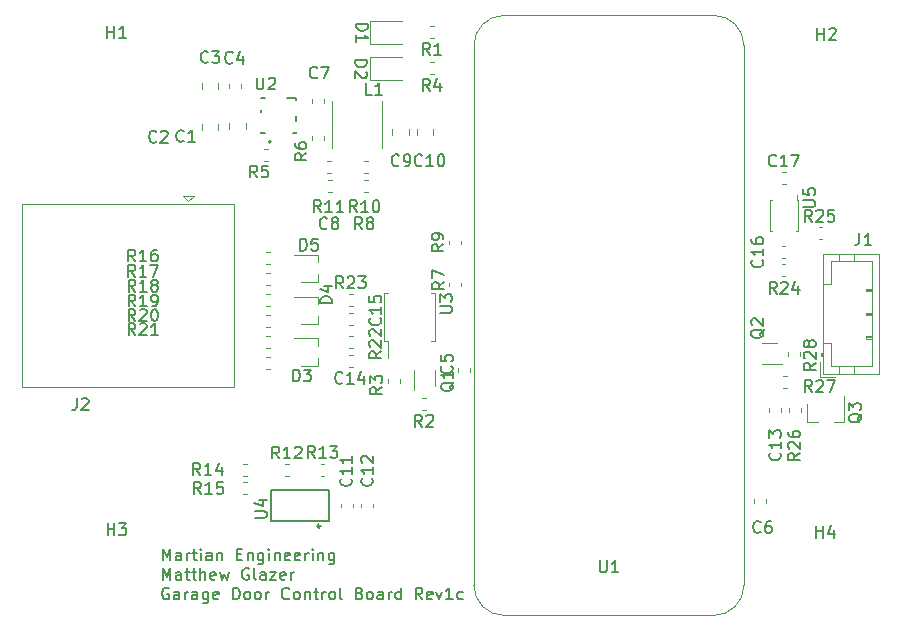
<source format=gbr>
G04 #@! TF.GenerationSoftware,KiCad,Pcbnew,(5.1.5)-3*
G04 #@! TF.CreationDate,2020-05-19T22:12:29-06:00*
G04 #@! TF.ProjectId,GarageDoorOpener,47617261-6765-4446-9f6f-724f70656e65,1b*
G04 #@! TF.SameCoordinates,Original*
G04 #@! TF.FileFunction,Legend,Top*
G04 #@! TF.FilePolarity,Positive*
%FSLAX46Y46*%
G04 Gerber Fmt 4.6, Leading zero omitted, Abs format (unit mm)*
G04 Created by KiCad (PCBNEW (5.1.5)-3) date 2020-05-19 22:12:29*
%MOMM*%
%LPD*%
G04 APERTURE LIST*
%ADD10C,0.150000*%
%ADD11C,0.120000*%
%ADD12C,0.127000*%
%ADD13C,0.200000*%
%ADD14C,0.240000*%
%ADD15C,0.100000*%
G04 APERTURE END LIST*
D10*
X106888595Y-114270780D02*
X106888595Y-113270780D01*
X107221928Y-113985066D01*
X107555261Y-113270780D01*
X107555261Y-114270780D01*
X108460023Y-114270780D02*
X108460023Y-113746971D01*
X108412404Y-113651733D01*
X108317166Y-113604114D01*
X108126690Y-113604114D01*
X108031452Y-113651733D01*
X108460023Y-114223161D02*
X108364785Y-114270780D01*
X108126690Y-114270780D01*
X108031452Y-114223161D01*
X107983833Y-114127923D01*
X107983833Y-114032685D01*
X108031452Y-113937447D01*
X108126690Y-113889828D01*
X108364785Y-113889828D01*
X108460023Y-113842209D01*
X108936214Y-114270780D02*
X108936214Y-113604114D01*
X108936214Y-113794590D02*
X108983833Y-113699352D01*
X109031452Y-113651733D01*
X109126690Y-113604114D01*
X109221928Y-113604114D01*
X109412404Y-113604114D02*
X109793357Y-113604114D01*
X109555261Y-113270780D02*
X109555261Y-114127923D01*
X109602880Y-114223161D01*
X109698119Y-114270780D01*
X109793357Y-114270780D01*
X110126690Y-114270780D02*
X110126690Y-113604114D01*
X110126690Y-113270780D02*
X110079071Y-113318400D01*
X110126690Y-113366019D01*
X110174309Y-113318400D01*
X110126690Y-113270780D01*
X110126690Y-113366019D01*
X111031452Y-114270780D02*
X111031452Y-113746971D01*
X110983833Y-113651733D01*
X110888595Y-113604114D01*
X110698119Y-113604114D01*
X110602880Y-113651733D01*
X111031452Y-114223161D02*
X110936214Y-114270780D01*
X110698119Y-114270780D01*
X110602880Y-114223161D01*
X110555261Y-114127923D01*
X110555261Y-114032685D01*
X110602880Y-113937447D01*
X110698119Y-113889828D01*
X110936214Y-113889828D01*
X111031452Y-113842209D01*
X111507642Y-113604114D02*
X111507642Y-114270780D01*
X111507642Y-113699352D02*
X111555261Y-113651733D01*
X111650500Y-113604114D01*
X111793357Y-113604114D01*
X111888595Y-113651733D01*
X111936214Y-113746971D01*
X111936214Y-114270780D01*
X113174309Y-113746971D02*
X113507642Y-113746971D01*
X113650500Y-114270780D02*
X113174309Y-114270780D01*
X113174309Y-113270780D01*
X113650500Y-113270780D01*
X114079071Y-113604114D02*
X114079071Y-114270780D01*
X114079071Y-113699352D02*
X114126690Y-113651733D01*
X114221928Y-113604114D01*
X114364785Y-113604114D01*
X114460023Y-113651733D01*
X114507642Y-113746971D01*
X114507642Y-114270780D01*
X115412404Y-113604114D02*
X115412404Y-114413638D01*
X115364785Y-114508876D01*
X115317166Y-114556495D01*
X115221928Y-114604114D01*
X115079071Y-114604114D01*
X114983833Y-114556495D01*
X115412404Y-114223161D02*
X115317166Y-114270780D01*
X115126690Y-114270780D01*
X115031452Y-114223161D01*
X114983833Y-114175542D01*
X114936214Y-114080304D01*
X114936214Y-113794590D01*
X114983833Y-113699352D01*
X115031452Y-113651733D01*
X115126690Y-113604114D01*
X115317166Y-113604114D01*
X115412404Y-113651733D01*
X115888595Y-114270780D02*
X115888595Y-113604114D01*
X115888595Y-113270780D02*
X115840976Y-113318400D01*
X115888595Y-113366019D01*
X115936214Y-113318400D01*
X115888595Y-113270780D01*
X115888595Y-113366019D01*
X116364785Y-113604114D02*
X116364785Y-114270780D01*
X116364785Y-113699352D02*
X116412404Y-113651733D01*
X116507642Y-113604114D01*
X116650500Y-113604114D01*
X116745738Y-113651733D01*
X116793357Y-113746971D01*
X116793357Y-114270780D01*
X117650500Y-114223161D02*
X117555261Y-114270780D01*
X117364785Y-114270780D01*
X117269547Y-114223161D01*
X117221928Y-114127923D01*
X117221928Y-113746971D01*
X117269547Y-113651733D01*
X117364785Y-113604114D01*
X117555261Y-113604114D01*
X117650500Y-113651733D01*
X117698119Y-113746971D01*
X117698119Y-113842209D01*
X117221928Y-113937447D01*
X118507642Y-114223161D02*
X118412404Y-114270780D01*
X118221928Y-114270780D01*
X118126690Y-114223161D01*
X118079071Y-114127923D01*
X118079071Y-113746971D01*
X118126690Y-113651733D01*
X118221928Y-113604114D01*
X118412404Y-113604114D01*
X118507642Y-113651733D01*
X118555261Y-113746971D01*
X118555261Y-113842209D01*
X118079071Y-113937447D01*
X118983833Y-114270780D02*
X118983833Y-113604114D01*
X118983833Y-113794590D02*
X119031452Y-113699352D01*
X119079071Y-113651733D01*
X119174309Y-113604114D01*
X119269547Y-113604114D01*
X119602880Y-114270780D02*
X119602880Y-113604114D01*
X119602880Y-113270780D02*
X119555261Y-113318400D01*
X119602880Y-113366019D01*
X119650500Y-113318400D01*
X119602880Y-113270780D01*
X119602880Y-113366019D01*
X120079071Y-113604114D02*
X120079071Y-114270780D01*
X120079071Y-113699352D02*
X120126690Y-113651733D01*
X120221928Y-113604114D01*
X120364785Y-113604114D01*
X120460023Y-113651733D01*
X120507642Y-113746971D01*
X120507642Y-114270780D01*
X121412404Y-113604114D02*
X121412404Y-114413638D01*
X121364785Y-114508876D01*
X121317166Y-114556495D01*
X121221928Y-114604114D01*
X121079071Y-114604114D01*
X120983833Y-114556495D01*
X121412404Y-114223161D02*
X121317166Y-114270780D01*
X121126690Y-114270780D01*
X121031452Y-114223161D01*
X120983833Y-114175542D01*
X120936214Y-114080304D01*
X120936214Y-113794590D01*
X120983833Y-113699352D01*
X121031452Y-113651733D01*
X121126690Y-113604114D01*
X121317166Y-113604114D01*
X121412404Y-113651733D01*
X106888595Y-115920780D02*
X106888595Y-114920780D01*
X107221928Y-115635066D01*
X107555261Y-114920780D01*
X107555261Y-115920780D01*
X108460023Y-115920780D02*
X108460023Y-115396971D01*
X108412404Y-115301733D01*
X108317166Y-115254114D01*
X108126690Y-115254114D01*
X108031452Y-115301733D01*
X108460023Y-115873161D02*
X108364785Y-115920780D01*
X108126690Y-115920780D01*
X108031452Y-115873161D01*
X107983833Y-115777923D01*
X107983833Y-115682685D01*
X108031452Y-115587447D01*
X108126690Y-115539828D01*
X108364785Y-115539828D01*
X108460023Y-115492209D01*
X108793357Y-115254114D02*
X109174309Y-115254114D01*
X108936214Y-114920780D02*
X108936214Y-115777923D01*
X108983833Y-115873161D01*
X109079071Y-115920780D01*
X109174309Y-115920780D01*
X109364785Y-115254114D02*
X109745738Y-115254114D01*
X109507642Y-114920780D02*
X109507642Y-115777923D01*
X109555261Y-115873161D01*
X109650500Y-115920780D01*
X109745738Y-115920780D01*
X110079071Y-115920780D02*
X110079071Y-114920780D01*
X110507642Y-115920780D02*
X110507642Y-115396971D01*
X110460023Y-115301733D01*
X110364785Y-115254114D01*
X110221928Y-115254114D01*
X110126690Y-115301733D01*
X110079071Y-115349352D01*
X111364785Y-115873161D02*
X111269547Y-115920780D01*
X111079071Y-115920780D01*
X110983833Y-115873161D01*
X110936214Y-115777923D01*
X110936214Y-115396971D01*
X110983833Y-115301733D01*
X111079071Y-115254114D01*
X111269547Y-115254114D01*
X111364785Y-115301733D01*
X111412404Y-115396971D01*
X111412404Y-115492209D01*
X110936214Y-115587447D01*
X111745738Y-115254114D02*
X111936214Y-115920780D01*
X112126690Y-115444590D01*
X112317166Y-115920780D01*
X112507642Y-115254114D01*
X114174309Y-114968400D02*
X114079071Y-114920780D01*
X113936214Y-114920780D01*
X113793357Y-114968400D01*
X113698119Y-115063638D01*
X113650500Y-115158876D01*
X113602880Y-115349352D01*
X113602880Y-115492209D01*
X113650500Y-115682685D01*
X113698119Y-115777923D01*
X113793357Y-115873161D01*
X113936214Y-115920780D01*
X114031452Y-115920780D01*
X114174309Y-115873161D01*
X114221928Y-115825542D01*
X114221928Y-115492209D01*
X114031452Y-115492209D01*
X114793357Y-115920780D02*
X114698119Y-115873161D01*
X114650500Y-115777923D01*
X114650500Y-114920780D01*
X115602880Y-115920780D02*
X115602880Y-115396971D01*
X115555261Y-115301733D01*
X115460023Y-115254114D01*
X115269547Y-115254114D01*
X115174309Y-115301733D01*
X115602880Y-115873161D02*
X115507642Y-115920780D01*
X115269547Y-115920780D01*
X115174309Y-115873161D01*
X115126690Y-115777923D01*
X115126690Y-115682685D01*
X115174309Y-115587447D01*
X115269547Y-115539828D01*
X115507642Y-115539828D01*
X115602880Y-115492209D01*
X115983833Y-115254114D02*
X116507642Y-115254114D01*
X115983833Y-115920780D01*
X116507642Y-115920780D01*
X117269547Y-115873161D02*
X117174309Y-115920780D01*
X116983833Y-115920780D01*
X116888595Y-115873161D01*
X116840976Y-115777923D01*
X116840976Y-115396971D01*
X116888595Y-115301733D01*
X116983833Y-115254114D01*
X117174309Y-115254114D01*
X117269547Y-115301733D01*
X117317166Y-115396971D01*
X117317166Y-115492209D01*
X116840976Y-115587447D01*
X117745738Y-115920780D02*
X117745738Y-115254114D01*
X117745738Y-115444590D02*
X117793357Y-115349352D01*
X117840976Y-115301733D01*
X117936214Y-115254114D01*
X118031452Y-115254114D01*
X107412404Y-116618400D02*
X107317166Y-116570780D01*
X107174309Y-116570780D01*
X107031452Y-116618400D01*
X106936214Y-116713638D01*
X106888595Y-116808876D01*
X106840976Y-116999352D01*
X106840976Y-117142209D01*
X106888595Y-117332685D01*
X106936214Y-117427923D01*
X107031452Y-117523161D01*
X107174309Y-117570780D01*
X107269547Y-117570780D01*
X107412404Y-117523161D01*
X107460023Y-117475542D01*
X107460023Y-117142209D01*
X107269547Y-117142209D01*
X108317166Y-117570780D02*
X108317166Y-117046971D01*
X108269547Y-116951733D01*
X108174309Y-116904114D01*
X107983833Y-116904114D01*
X107888595Y-116951733D01*
X108317166Y-117523161D02*
X108221928Y-117570780D01*
X107983833Y-117570780D01*
X107888595Y-117523161D01*
X107840976Y-117427923D01*
X107840976Y-117332685D01*
X107888595Y-117237447D01*
X107983833Y-117189828D01*
X108221928Y-117189828D01*
X108317166Y-117142209D01*
X108793357Y-117570780D02*
X108793357Y-116904114D01*
X108793357Y-117094590D02*
X108840976Y-116999352D01*
X108888595Y-116951733D01*
X108983833Y-116904114D01*
X109079071Y-116904114D01*
X109840976Y-117570780D02*
X109840976Y-117046971D01*
X109793357Y-116951733D01*
X109698119Y-116904114D01*
X109507642Y-116904114D01*
X109412404Y-116951733D01*
X109840976Y-117523161D02*
X109745738Y-117570780D01*
X109507642Y-117570780D01*
X109412404Y-117523161D01*
X109364785Y-117427923D01*
X109364785Y-117332685D01*
X109412404Y-117237447D01*
X109507642Y-117189828D01*
X109745738Y-117189828D01*
X109840976Y-117142209D01*
X110745738Y-116904114D02*
X110745738Y-117713638D01*
X110698119Y-117808876D01*
X110650500Y-117856495D01*
X110555261Y-117904114D01*
X110412404Y-117904114D01*
X110317166Y-117856495D01*
X110745738Y-117523161D02*
X110650500Y-117570780D01*
X110460023Y-117570780D01*
X110364785Y-117523161D01*
X110317166Y-117475542D01*
X110269547Y-117380304D01*
X110269547Y-117094590D01*
X110317166Y-116999352D01*
X110364785Y-116951733D01*
X110460023Y-116904114D01*
X110650500Y-116904114D01*
X110745738Y-116951733D01*
X111602880Y-117523161D02*
X111507642Y-117570780D01*
X111317166Y-117570780D01*
X111221928Y-117523161D01*
X111174309Y-117427923D01*
X111174309Y-117046971D01*
X111221928Y-116951733D01*
X111317166Y-116904114D01*
X111507642Y-116904114D01*
X111602880Y-116951733D01*
X111650500Y-117046971D01*
X111650500Y-117142209D01*
X111174309Y-117237447D01*
X112840976Y-117570780D02*
X112840976Y-116570780D01*
X113079071Y-116570780D01*
X113221928Y-116618400D01*
X113317166Y-116713638D01*
X113364785Y-116808876D01*
X113412404Y-116999352D01*
X113412404Y-117142209D01*
X113364785Y-117332685D01*
X113317166Y-117427923D01*
X113221928Y-117523161D01*
X113079071Y-117570780D01*
X112840976Y-117570780D01*
X113983833Y-117570780D02*
X113888595Y-117523161D01*
X113840976Y-117475542D01*
X113793357Y-117380304D01*
X113793357Y-117094590D01*
X113840976Y-116999352D01*
X113888595Y-116951733D01*
X113983833Y-116904114D01*
X114126690Y-116904114D01*
X114221928Y-116951733D01*
X114269547Y-116999352D01*
X114317166Y-117094590D01*
X114317166Y-117380304D01*
X114269547Y-117475542D01*
X114221928Y-117523161D01*
X114126690Y-117570780D01*
X113983833Y-117570780D01*
X114888595Y-117570780D02*
X114793357Y-117523161D01*
X114745738Y-117475542D01*
X114698119Y-117380304D01*
X114698119Y-117094590D01*
X114745738Y-116999352D01*
X114793357Y-116951733D01*
X114888595Y-116904114D01*
X115031452Y-116904114D01*
X115126690Y-116951733D01*
X115174309Y-116999352D01*
X115221928Y-117094590D01*
X115221928Y-117380304D01*
X115174309Y-117475542D01*
X115126690Y-117523161D01*
X115031452Y-117570780D01*
X114888595Y-117570780D01*
X115650500Y-117570780D02*
X115650500Y-116904114D01*
X115650500Y-117094590D02*
X115698119Y-116999352D01*
X115745738Y-116951733D01*
X115840976Y-116904114D01*
X115936214Y-116904114D01*
X117602880Y-117475542D02*
X117555261Y-117523161D01*
X117412404Y-117570780D01*
X117317166Y-117570780D01*
X117174309Y-117523161D01*
X117079071Y-117427923D01*
X117031452Y-117332685D01*
X116983833Y-117142209D01*
X116983833Y-116999352D01*
X117031452Y-116808876D01*
X117079071Y-116713638D01*
X117174309Y-116618400D01*
X117317166Y-116570780D01*
X117412404Y-116570780D01*
X117555261Y-116618400D01*
X117602880Y-116666019D01*
X118174309Y-117570780D02*
X118079071Y-117523161D01*
X118031452Y-117475542D01*
X117983833Y-117380304D01*
X117983833Y-117094590D01*
X118031452Y-116999352D01*
X118079071Y-116951733D01*
X118174309Y-116904114D01*
X118317166Y-116904114D01*
X118412404Y-116951733D01*
X118460023Y-116999352D01*
X118507642Y-117094590D01*
X118507642Y-117380304D01*
X118460023Y-117475542D01*
X118412404Y-117523161D01*
X118317166Y-117570780D01*
X118174309Y-117570780D01*
X118936214Y-116904114D02*
X118936214Y-117570780D01*
X118936214Y-116999352D02*
X118983833Y-116951733D01*
X119079071Y-116904114D01*
X119221928Y-116904114D01*
X119317166Y-116951733D01*
X119364785Y-117046971D01*
X119364785Y-117570780D01*
X119698119Y-116904114D02*
X120079071Y-116904114D01*
X119840976Y-116570780D02*
X119840976Y-117427923D01*
X119888595Y-117523161D01*
X119983833Y-117570780D01*
X120079071Y-117570780D01*
X120412404Y-117570780D02*
X120412404Y-116904114D01*
X120412404Y-117094590D02*
X120460023Y-116999352D01*
X120507642Y-116951733D01*
X120602880Y-116904114D01*
X120698119Y-116904114D01*
X121174309Y-117570780D02*
X121079071Y-117523161D01*
X121031452Y-117475542D01*
X120983833Y-117380304D01*
X120983833Y-117094590D01*
X121031452Y-116999352D01*
X121079071Y-116951733D01*
X121174309Y-116904114D01*
X121317166Y-116904114D01*
X121412404Y-116951733D01*
X121460023Y-116999352D01*
X121507642Y-117094590D01*
X121507642Y-117380304D01*
X121460023Y-117475542D01*
X121412404Y-117523161D01*
X121317166Y-117570780D01*
X121174309Y-117570780D01*
X122079071Y-117570780D02*
X121983833Y-117523161D01*
X121936214Y-117427923D01*
X121936214Y-116570780D01*
X123555261Y-117046971D02*
X123698119Y-117094590D01*
X123745738Y-117142209D01*
X123793357Y-117237447D01*
X123793357Y-117380304D01*
X123745738Y-117475542D01*
X123698119Y-117523161D01*
X123602880Y-117570780D01*
X123221928Y-117570780D01*
X123221928Y-116570780D01*
X123555261Y-116570780D01*
X123650500Y-116618400D01*
X123698119Y-116666019D01*
X123745738Y-116761257D01*
X123745738Y-116856495D01*
X123698119Y-116951733D01*
X123650500Y-116999352D01*
X123555261Y-117046971D01*
X123221928Y-117046971D01*
X124364785Y-117570780D02*
X124269547Y-117523161D01*
X124221928Y-117475542D01*
X124174309Y-117380304D01*
X124174309Y-117094590D01*
X124221928Y-116999352D01*
X124269547Y-116951733D01*
X124364785Y-116904114D01*
X124507642Y-116904114D01*
X124602880Y-116951733D01*
X124650500Y-116999352D01*
X124698119Y-117094590D01*
X124698119Y-117380304D01*
X124650500Y-117475542D01*
X124602880Y-117523161D01*
X124507642Y-117570780D01*
X124364785Y-117570780D01*
X125555261Y-117570780D02*
X125555261Y-117046971D01*
X125507642Y-116951733D01*
X125412404Y-116904114D01*
X125221928Y-116904114D01*
X125126690Y-116951733D01*
X125555261Y-117523161D02*
X125460023Y-117570780D01*
X125221928Y-117570780D01*
X125126690Y-117523161D01*
X125079071Y-117427923D01*
X125079071Y-117332685D01*
X125126690Y-117237447D01*
X125221928Y-117189828D01*
X125460023Y-117189828D01*
X125555261Y-117142209D01*
X126031452Y-117570780D02*
X126031452Y-116904114D01*
X126031452Y-117094590D02*
X126079071Y-116999352D01*
X126126690Y-116951733D01*
X126221928Y-116904114D01*
X126317166Y-116904114D01*
X127079071Y-117570780D02*
X127079071Y-116570780D01*
X127079071Y-117523161D02*
X126983833Y-117570780D01*
X126793357Y-117570780D01*
X126698119Y-117523161D01*
X126650500Y-117475542D01*
X126602880Y-117380304D01*
X126602880Y-117094590D01*
X126650500Y-116999352D01*
X126698119Y-116951733D01*
X126793357Y-116904114D01*
X126983833Y-116904114D01*
X127079071Y-116951733D01*
X128888595Y-117570780D02*
X128555261Y-117094590D01*
X128317166Y-117570780D02*
X128317166Y-116570780D01*
X128698119Y-116570780D01*
X128793357Y-116618400D01*
X128840976Y-116666019D01*
X128888595Y-116761257D01*
X128888595Y-116904114D01*
X128840976Y-116999352D01*
X128793357Y-117046971D01*
X128698119Y-117094590D01*
X128317166Y-117094590D01*
X129698119Y-117523161D02*
X129602880Y-117570780D01*
X129412404Y-117570780D01*
X129317166Y-117523161D01*
X129269547Y-117427923D01*
X129269547Y-117046971D01*
X129317166Y-116951733D01*
X129412404Y-116904114D01*
X129602880Y-116904114D01*
X129698119Y-116951733D01*
X129745738Y-117046971D01*
X129745738Y-117142209D01*
X129269547Y-117237447D01*
X130079071Y-116904114D02*
X130317166Y-117570780D01*
X130555261Y-116904114D01*
X131460023Y-117570780D02*
X130888595Y-117570780D01*
X131174309Y-117570780D02*
X131174309Y-116570780D01*
X131079071Y-116713638D01*
X130983833Y-116808876D01*
X130888595Y-116856495D01*
X132317166Y-117523161D02*
X132221928Y-117570780D01*
X132031452Y-117570780D01*
X131936214Y-117523161D01*
X131888595Y-117475542D01*
X131840976Y-117380304D01*
X131840976Y-117094590D01*
X131888595Y-116999352D01*
X131936214Y-116951733D01*
X132031452Y-116904114D01*
X132221928Y-116904114D01*
X132317166Y-116951733D01*
D11*
X118649200Y-90695000D02*
X120059200Y-90695000D01*
X120059200Y-88375000D02*
X118029200Y-88375000D01*
X120059200Y-88375000D02*
X120059200Y-89035000D01*
X120059200Y-90035000D02*
X120059200Y-90695000D01*
X118649200Y-94251000D02*
X120059200Y-94251000D01*
X120059200Y-91931000D02*
X118029200Y-91931000D01*
X120059200Y-91931000D02*
X120059200Y-92591000D01*
X120059200Y-93591000D02*
X120059200Y-94251000D01*
X118649200Y-97781600D02*
X120059200Y-97781600D01*
X120059200Y-95461600D02*
X118029200Y-95461600D01*
X120059200Y-95461600D02*
X120059200Y-96121600D01*
X120059200Y-97121600D02*
X120059200Y-97781600D01*
X158312000Y-83739200D02*
X158312000Y-86339200D01*
X158312000Y-86339200D02*
X158512000Y-86339200D01*
X160512000Y-86339200D02*
X160712000Y-86339200D01*
X160712000Y-86339200D02*
X160712000Y-83739200D01*
X160712000Y-83739200D02*
X160612000Y-83739200D01*
X160612000Y-83739200D02*
X160612000Y-83339200D01*
X158312000Y-83739200D02*
X158512000Y-83739200D01*
X159840200Y-96611221D02*
X159840200Y-96936779D01*
X160860200Y-96611221D02*
X160860200Y-96936779D01*
X159425421Y-99697000D02*
X159750979Y-99697000D01*
X159425421Y-98677000D02*
X159750979Y-98677000D01*
X160911000Y-101711979D02*
X160911000Y-101386421D01*
X159891000Y-101711979D02*
X159891000Y-101386421D01*
X162748179Y-86078600D02*
X162422621Y-86078600D01*
X162748179Y-87098600D02*
X162422621Y-87098600D01*
X159298421Y-90197400D02*
X159623979Y-90197400D01*
X159298421Y-89177400D02*
X159623979Y-89177400D01*
X122648821Y-92716200D02*
X122974379Y-92716200D01*
X122648821Y-91696200D02*
X122974379Y-91696200D01*
X122646221Y-96293400D02*
X122971779Y-96293400D01*
X122646221Y-95273400D02*
X122971779Y-95273400D01*
X161462600Y-102512400D02*
X161462600Y-101052400D01*
X164622600Y-102512400D02*
X164622600Y-100352400D01*
X164622600Y-102512400D02*
X163692600Y-102512400D01*
X161462600Y-102512400D02*
X162392600Y-102512400D01*
X159292800Y-97674000D02*
X157642800Y-97674000D01*
X157642800Y-95874000D02*
X158942800Y-95874000D01*
X159323821Y-82399600D02*
X159649379Y-82399600D01*
X159323821Y-81379600D02*
X159649379Y-81379600D01*
X159623979Y-87653400D02*
X159298421Y-87653400D01*
X159623979Y-88673400D02*
X159298421Y-88673400D01*
X122646221Y-94337600D02*
X122971779Y-94337600D01*
X122646221Y-93317600D02*
X122971779Y-93317600D01*
X122646221Y-97868200D02*
X122971779Y-97868200D01*
X122646221Y-96848200D02*
X122971779Y-96848200D01*
D12*
X115213000Y-78081000D02*
X115518000Y-78081000D01*
X115213000Y-77956000D02*
X115213000Y-78081000D01*
X118213000Y-75081000D02*
X117408000Y-75081000D01*
X118213000Y-75266000D02*
X118213000Y-75081000D01*
X115518000Y-75081000D02*
X115213000Y-75081000D01*
X115213000Y-75111000D02*
X115213000Y-75081000D01*
X118213000Y-78081000D02*
X117908000Y-78081000D01*
X118213000Y-77956000D02*
X118213000Y-78081000D01*
X118213000Y-77066000D02*
X118213000Y-76656000D01*
X115213000Y-76151000D02*
X115213000Y-76271000D01*
D13*
X116063000Y-78831000D02*
G75*
G03X116063000Y-78831000I-100000J0D01*
G01*
D11*
X120868221Y-83110800D02*
X121193779Y-83110800D01*
X120868221Y-82090800D02*
X121193779Y-82090800D01*
X113514600Y-74254579D02*
X113514600Y-73929021D01*
X112494600Y-74254579D02*
X112494600Y-73929021D01*
X129855179Y-72108600D02*
X129529621Y-72108600D01*
X129855179Y-73128600D02*
X129529621Y-73128600D01*
X129855179Y-69060600D02*
X129529621Y-69060600D01*
X129855179Y-70080600D02*
X129529621Y-70080600D01*
X124476800Y-73578600D02*
X127161800Y-73578600D01*
X124476800Y-71658600D02*
X124476800Y-73578600D01*
X127161800Y-71658600D02*
X124476800Y-71658600D01*
X124476800Y-70530600D02*
X127161800Y-70530600D01*
X124476800Y-68610600D02*
X124476800Y-70530600D01*
X127161800Y-68610600D02*
X124476800Y-68610600D01*
X157990000Y-109408179D02*
X157990000Y-109082621D01*
X156970000Y-109408179D02*
X156970000Y-109082621D01*
X131900200Y-97957421D02*
X131900200Y-98282979D01*
X132920200Y-97957421D02*
X132920200Y-98282979D01*
D12*
X120941000Y-108346400D02*
X120941000Y-110906400D01*
X116041000Y-108346400D02*
X120941000Y-108346400D01*
X120941000Y-110906400D02*
X116041000Y-110906400D01*
X116041000Y-110906400D02*
X116041000Y-108346400D01*
D14*
X120238000Y-111372400D02*
G75*
G03X120238000Y-111372400I-120000J0D01*
G01*
D11*
X126007800Y-95685200D02*
X126007800Y-97150200D01*
X125652800Y-95685200D02*
X126007800Y-95685200D01*
X125652800Y-93675200D02*
X125652800Y-95685200D01*
X125652800Y-91665200D02*
X126007800Y-91665200D01*
X125652800Y-93675200D02*
X125652800Y-91665200D01*
X129972800Y-95685200D02*
X129617800Y-95685200D01*
X129972800Y-93675200D02*
X129972800Y-95685200D01*
X129972800Y-91665200D02*
X129617800Y-91665200D01*
X129972800Y-93675200D02*
X129972800Y-91665200D01*
D15*
X156108400Y-116382800D02*
G75*
G02X153568400Y-118922800I-2540000J0D01*
G01*
X135788400Y-118922800D02*
G75*
G02X133248400Y-116382800I0J2540000D01*
G01*
X133248400Y-70662800D02*
G75*
G02X135788400Y-68122800I2540000J0D01*
G01*
X153568400Y-68122800D02*
G75*
G02X156108400Y-70662800I0J-2540000D01*
G01*
X135788400Y-118922800D02*
X153568400Y-118922800D01*
X153568400Y-68122800D02*
X135788400Y-68122800D01*
X156108400Y-116382800D02*
X156108400Y-70662800D01*
X133248400Y-70662800D02*
X133248400Y-116382800D01*
D11*
X115635821Y-98046000D02*
X115961379Y-98046000D01*
X115635821Y-97026000D02*
X115961379Y-97026000D01*
X115635821Y-96268000D02*
X115961379Y-96268000D01*
X115635821Y-95248000D02*
X115961379Y-95248000D01*
X115635821Y-94490000D02*
X115961379Y-94490000D01*
X115635821Y-93470000D02*
X115961379Y-93470000D01*
X115635821Y-92712000D02*
X115961379Y-92712000D01*
X115635821Y-91692000D02*
X115961379Y-91692000D01*
X115635821Y-90934000D02*
X115961379Y-90934000D01*
X115635821Y-89914000D02*
X115961379Y-89914000D01*
X115635921Y-89156000D02*
X115961479Y-89156000D01*
X115635921Y-88136000D02*
X115961479Y-88136000D01*
X113680021Y-108688600D02*
X114005579Y-108688600D01*
X113680021Y-107668600D02*
X114005579Y-107668600D01*
X113680021Y-107113800D02*
X114005579Y-107113800D01*
X113680021Y-106093800D02*
X114005579Y-106093800D01*
X120584179Y-106093800D02*
X120258621Y-106093800D01*
X120584179Y-107113800D02*
X120258621Y-107113800D01*
X117236021Y-107113800D02*
X117561579Y-107113800D01*
X117236021Y-106093800D02*
X117561579Y-106093800D01*
X120842821Y-81434400D02*
X121168379Y-81434400D01*
X120842821Y-80414400D02*
X121168379Y-80414400D01*
X123967021Y-81434400D02*
X124292579Y-81434400D01*
X123967021Y-80414400D02*
X124292579Y-80414400D01*
X132158200Y-87513379D02*
X132158200Y-87187821D01*
X131138200Y-87513379D02*
X131138200Y-87187821D01*
X123967021Y-83110800D02*
X124292579Y-83110800D01*
X123967021Y-82090800D02*
X124292579Y-82090800D01*
X131138200Y-90743821D02*
X131138200Y-91069379D01*
X132158200Y-90743821D02*
X132158200Y-91069379D01*
X119555800Y-78323221D02*
X119555800Y-78648779D01*
X120575800Y-78323221D02*
X120575800Y-78648779D01*
X115508821Y-80418400D02*
X115834379Y-80418400D01*
X115508821Y-79398400D02*
X115834379Y-79398400D01*
X126007400Y-98897221D02*
X126007400Y-99222779D01*
X127027400Y-98897221D02*
X127027400Y-99222779D01*
X129169379Y-100556600D02*
X128843821Y-100556600D01*
X129169379Y-101576600D02*
X128843821Y-101576600D01*
X128182800Y-99831400D02*
X128182800Y-98181400D01*
X129982800Y-98181400D02*
X129982800Y-99481400D01*
X121267800Y-75393800D02*
X121267800Y-79393800D01*
X125467800Y-75393800D02*
X125467800Y-79393800D01*
X112960000Y-84065000D02*
X95000000Y-84065000D01*
X112960000Y-99585000D02*
X112960000Y-84065000D01*
X112960000Y-99585000D02*
X95000000Y-99585000D01*
X95000000Y-84065000D02*
X95000000Y-99585000D01*
X109080000Y-83880000D02*
X109580000Y-83380000D01*
X109580000Y-83380000D02*
X108580000Y-83380000D01*
X108580000Y-83380000D02*
X109080000Y-83880000D01*
X162532800Y-98753000D02*
X163782800Y-98753000D01*
X162532800Y-97503000D02*
X162532800Y-98753000D01*
X166942800Y-91393000D02*
X166442800Y-91393000D01*
X166442800Y-91293000D02*
X166942800Y-91293000D01*
X166442800Y-91493000D02*
X166442800Y-91293000D01*
X166942800Y-91493000D02*
X166442800Y-91493000D01*
X166942800Y-93393000D02*
X166442800Y-93393000D01*
X166442800Y-93293000D02*
X166942800Y-93293000D01*
X166442800Y-93493000D02*
X166442800Y-93293000D01*
X166942800Y-93493000D02*
X166442800Y-93493000D01*
X166942800Y-95393000D02*
X166442800Y-95393000D01*
X166442800Y-95293000D02*
X166942800Y-95293000D01*
X166442800Y-95493000D02*
X166442800Y-95293000D01*
X166942800Y-95493000D02*
X166442800Y-95493000D01*
X165442800Y-88333000D02*
X165442800Y-88943000D01*
X164142800Y-88333000D02*
X164142800Y-88943000D01*
X165442800Y-98453000D02*
X165442800Y-97843000D01*
X164142800Y-98453000D02*
X164142800Y-97843000D01*
X163442800Y-90893000D02*
X162832800Y-90893000D01*
X163442800Y-88943000D02*
X163442800Y-90893000D01*
X166942800Y-88943000D02*
X163442800Y-88943000D01*
X166942800Y-97843000D02*
X166942800Y-88943000D01*
X163442800Y-97843000D02*
X166942800Y-97843000D01*
X163442800Y-95893000D02*
X163442800Y-97843000D01*
X162832800Y-95893000D02*
X163442800Y-95893000D01*
X162732800Y-96693000D02*
X162732800Y-96993000D01*
X162632800Y-96993000D02*
X162832800Y-96993000D01*
X162632800Y-96693000D02*
X162632800Y-96993000D01*
X162832800Y-96693000D02*
X162632800Y-96693000D01*
X162832800Y-88333000D02*
X162832800Y-98453000D01*
X167552800Y-88333000D02*
X162832800Y-88333000D01*
X167552800Y-98453000D02*
X167552800Y-88333000D01*
X162832800Y-98453000D02*
X167552800Y-98453000D01*
X159285400Y-101711879D02*
X159285400Y-101386321D01*
X158265400Y-101711879D02*
X158265400Y-101386321D01*
X123721400Y-109463621D02*
X123721400Y-109789179D01*
X124741400Y-109463621D02*
X124741400Y-109789179D01*
X121968800Y-109463621D02*
X121968800Y-109789179D01*
X122988800Y-109463621D02*
X122988800Y-109789179D01*
X128398200Y-77744822D02*
X128398200Y-78261978D01*
X129818200Y-77744822D02*
X129818200Y-78261978D01*
X126315400Y-77744822D02*
X126315400Y-78261978D01*
X127735400Y-77744822D02*
X127735400Y-78261978D01*
X120575800Y-75524579D02*
X120575800Y-75199021D01*
X119555800Y-75524579D02*
X119555800Y-75199021D01*
X111606400Y-74324978D02*
X111606400Y-73807822D01*
X110186400Y-74324978D02*
X110186400Y-73807822D01*
X110186400Y-77313022D02*
X110186400Y-77830178D01*
X111606400Y-77313022D02*
X111606400Y-77830178D01*
X112497800Y-77236822D02*
X112497800Y-77753978D01*
X113917800Y-77236822D02*
X113917800Y-77753978D01*
D10*
X118541104Y-88037380D02*
X118541104Y-87037380D01*
X118779200Y-87037380D01*
X118922057Y-87085000D01*
X119017295Y-87180238D01*
X119064914Y-87275476D01*
X119112533Y-87465952D01*
X119112533Y-87608809D01*
X119064914Y-87799285D01*
X119017295Y-87894523D01*
X118922057Y-87989761D01*
X118779200Y-88037380D01*
X118541104Y-88037380D01*
X120017295Y-87037380D02*
X119541104Y-87037380D01*
X119493485Y-87513571D01*
X119541104Y-87465952D01*
X119636342Y-87418333D01*
X119874438Y-87418333D01*
X119969676Y-87465952D01*
X120017295Y-87513571D01*
X120064914Y-87608809D01*
X120064914Y-87846904D01*
X120017295Y-87942142D01*
X119969676Y-87989761D01*
X119874438Y-88037380D01*
X119636342Y-88037380D01*
X119541104Y-87989761D01*
X119493485Y-87942142D01*
X121229380Y-92482895D02*
X120229380Y-92482895D01*
X120229380Y-92244800D01*
X120277000Y-92101942D01*
X120372238Y-92006704D01*
X120467476Y-91959085D01*
X120657952Y-91911466D01*
X120800809Y-91911466D01*
X120991285Y-91959085D01*
X121086523Y-92006704D01*
X121181761Y-92101942D01*
X121229380Y-92244800D01*
X121229380Y-92482895D01*
X120562714Y-91054323D02*
X121229380Y-91054323D01*
X120181761Y-91292419D02*
X120896047Y-91530514D01*
X120896047Y-90911466D01*
X117930704Y-99105980D02*
X117930704Y-98105980D01*
X118168800Y-98105980D01*
X118311657Y-98153600D01*
X118406895Y-98248838D01*
X118454514Y-98344076D01*
X118502133Y-98534552D01*
X118502133Y-98677409D01*
X118454514Y-98867885D01*
X118406895Y-98963123D01*
X118311657Y-99058361D01*
X118168800Y-99105980D01*
X117930704Y-99105980D01*
X118835466Y-98105980D02*
X119454514Y-98105980D01*
X119121180Y-98486933D01*
X119264038Y-98486933D01*
X119359276Y-98534552D01*
X119406895Y-98582171D01*
X119454514Y-98677409D01*
X119454514Y-98915504D01*
X119406895Y-99010742D01*
X119359276Y-99058361D01*
X119264038Y-99105980D01*
X118978323Y-99105980D01*
X118883085Y-99058361D01*
X118835466Y-99010742D01*
X161148780Y-84327904D02*
X161958304Y-84327904D01*
X162053542Y-84280285D01*
X162101161Y-84232666D01*
X162148780Y-84137428D01*
X162148780Y-83946952D01*
X162101161Y-83851714D01*
X162053542Y-83804095D01*
X161958304Y-83756476D01*
X161148780Y-83756476D01*
X161148780Y-82804095D02*
X161148780Y-83280285D01*
X161624971Y-83327904D01*
X161577352Y-83280285D01*
X161529733Y-83185047D01*
X161529733Y-82946952D01*
X161577352Y-82851714D01*
X161624971Y-82804095D01*
X161720209Y-82756476D01*
X161958304Y-82756476D01*
X162053542Y-82804095D01*
X162101161Y-82851714D01*
X162148780Y-82946952D01*
X162148780Y-83185047D01*
X162101161Y-83280285D01*
X162053542Y-83327904D01*
X162174180Y-97543857D02*
X161697990Y-97877190D01*
X162174180Y-98115285D02*
X161174180Y-98115285D01*
X161174180Y-97734333D01*
X161221800Y-97639095D01*
X161269419Y-97591476D01*
X161364657Y-97543857D01*
X161507514Y-97543857D01*
X161602752Y-97591476D01*
X161650371Y-97639095D01*
X161697990Y-97734333D01*
X161697990Y-98115285D01*
X161269419Y-97162904D02*
X161221800Y-97115285D01*
X161174180Y-97020047D01*
X161174180Y-96781952D01*
X161221800Y-96686714D01*
X161269419Y-96639095D01*
X161364657Y-96591476D01*
X161459895Y-96591476D01*
X161602752Y-96639095D01*
X162174180Y-97210523D01*
X162174180Y-96591476D01*
X161602752Y-96020047D02*
X161555133Y-96115285D01*
X161507514Y-96162904D01*
X161412276Y-96210523D01*
X161364657Y-96210523D01*
X161269419Y-96162904D01*
X161221800Y-96115285D01*
X161174180Y-96020047D01*
X161174180Y-95829571D01*
X161221800Y-95734333D01*
X161269419Y-95686714D01*
X161364657Y-95639095D01*
X161412276Y-95639095D01*
X161507514Y-95686714D01*
X161555133Y-95734333D01*
X161602752Y-95829571D01*
X161602752Y-96020047D01*
X161650371Y-96115285D01*
X161697990Y-96162904D01*
X161793228Y-96210523D01*
X161983704Y-96210523D01*
X162078942Y-96162904D01*
X162126561Y-96115285D01*
X162174180Y-96020047D01*
X162174180Y-95829571D01*
X162126561Y-95734333D01*
X162078942Y-95686714D01*
X161983704Y-95639095D01*
X161793228Y-95639095D01*
X161697990Y-95686714D01*
X161650371Y-95734333D01*
X161602752Y-95829571D01*
X161866342Y-99994980D02*
X161533009Y-99518790D01*
X161294914Y-99994980D02*
X161294914Y-98994980D01*
X161675866Y-98994980D01*
X161771104Y-99042600D01*
X161818723Y-99090219D01*
X161866342Y-99185457D01*
X161866342Y-99328314D01*
X161818723Y-99423552D01*
X161771104Y-99471171D01*
X161675866Y-99518790D01*
X161294914Y-99518790D01*
X162247295Y-99090219D02*
X162294914Y-99042600D01*
X162390152Y-98994980D01*
X162628247Y-98994980D01*
X162723485Y-99042600D01*
X162771104Y-99090219D01*
X162818723Y-99185457D01*
X162818723Y-99280695D01*
X162771104Y-99423552D01*
X162199676Y-99994980D01*
X162818723Y-99994980D01*
X163152057Y-98994980D02*
X163818723Y-98994980D01*
X163390152Y-99994980D01*
X160853380Y-105189257D02*
X160377190Y-105522590D01*
X160853380Y-105760685D02*
X159853380Y-105760685D01*
X159853380Y-105379733D01*
X159901000Y-105284495D01*
X159948619Y-105236876D01*
X160043857Y-105189257D01*
X160186714Y-105189257D01*
X160281952Y-105236876D01*
X160329571Y-105284495D01*
X160377190Y-105379733D01*
X160377190Y-105760685D01*
X159948619Y-104808304D02*
X159901000Y-104760685D01*
X159853380Y-104665447D01*
X159853380Y-104427352D01*
X159901000Y-104332114D01*
X159948619Y-104284495D01*
X160043857Y-104236876D01*
X160139095Y-104236876D01*
X160281952Y-104284495D01*
X160853380Y-104855923D01*
X160853380Y-104236876D01*
X159853380Y-103379733D02*
X159853380Y-103570209D01*
X159901000Y-103665447D01*
X159948619Y-103713066D01*
X160091476Y-103808304D01*
X160281952Y-103855923D01*
X160662904Y-103855923D01*
X160758142Y-103808304D01*
X160805761Y-103760685D01*
X160853380Y-103665447D01*
X160853380Y-103474971D01*
X160805761Y-103379733D01*
X160758142Y-103332114D01*
X160662904Y-103284495D01*
X160424809Y-103284495D01*
X160329571Y-103332114D01*
X160281952Y-103379733D01*
X160234333Y-103474971D01*
X160234333Y-103665447D01*
X160281952Y-103760685D01*
X160329571Y-103808304D01*
X160424809Y-103855923D01*
X161866342Y-85593180D02*
X161533009Y-85116990D01*
X161294914Y-85593180D02*
X161294914Y-84593180D01*
X161675866Y-84593180D01*
X161771104Y-84640800D01*
X161818723Y-84688419D01*
X161866342Y-84783657D01*
X161866342Y-84926514D01*
X161818723Y-85021752D01*
X161771104Y-85069371D01*
X161675866Y-85116990D01*
X161294914Y-85116990D01*
X162247295Y-84688419D02*
X162294914Y-84640800D01*
X162390152Y-84593180D01*
X162628247Y-84593180D01*
X162723485Y-84640800D01*
X162771104Y-84688419D01*
X162818723Y-84783657D01*
X162818723Y-84878895D01*
X162771104Y-85021752D01*
X162199676Y-85593180D01*
X162818723Y-85593180D01*
X163723485Y-84593180D02*
X163247295Y-84593180D01*
X163199676Y-85069371D01*
X163247295Y-85021752D01*
X163342533Y-84974133D01*
X163580628Y-84974133D01*
X163675866Y-85021752D01*
X163723485Y-85069371D01*
X163771104Y-85164609D01*
X163771104Y-85402704D01*
X163723485Y-85497942D01*
X163675866Y-85545561D01*
X163580628Y-85593180D01*
X163342533Y-85593180D01*
X163247295Y-85545561D01*
X163199676Y-85497942D01*
X158869142Y-91689180D02*
X158535809Y-91212990D01*
X158297714Y-91689180D02*
X158297714Y-90689180D01*
X158678666Y-90689180D01*
X158773904Y-90736800D01*
X158821523Y-90784419D01*
X158869142Y-90879657D01*
X158869142Y-91022514D01*
X158821523Y-91117752D01*
X158773904Y-91165371D01*
X158678666Y-91212990D01*
X158297714Y-91212990D01*
X159250095Y-90784419D02*
X159297714Y-90736800D01*
X159392952Y-90689180D01*
X159631047Y-90689180D01*
X159726285Y-90736800D01*
X159773904Y-90784419D01*
X159821523Y-90879657D01*
X159821523Y-90974895D01*
X159773904Y-91117752D01*
X159202476Y-91689180D01*
X159821523Y-91689180D01*
X160678666Y-91022514D02*
X160678666Y-91689180D01*
X160440571Y-90641561D02*
X160202476Y-91355847D01*
X160821523Y-91355847D01*
X122168742Y-91228580D02*
X121835409Y-90752390D01*
X121597314Y-91228580D02*
X121597314Y-90228580D01*
X121978266Y-90228580D01*
X122073504Y-90276200D01*
X122121123Y-90323819D01*
X122168742Y-90419057D01*
X122168742Y-90561914D01*
X122121123Y-90657152D01*
X122073504Y-90704771D01*
X121978266Y-90752390D01*
X121597314Y-90752390D01*
X122549695Y-90323819D02*
X122597314Y-90276200D01*
X122692552Y-90228580D01*
X122930647Y-90228580D01*
X123025885Y-90276200D01*
X123073504Y-90323819D01*
X123121123Y-90419057D01*
X123121123Y-90514295D01*
X123073504Y-90657152D01*
X122502076Y-91228580D01*
X123121123Y-91228580D01*
X123454457Y-90228580D02*
X124073504Y-90228580D01*
X123740171Y-90609533D01*
X123883028Y-90609533D01*
X123978266Y-90657152D01*
X124025885Y-90704771D01*
X124073504Y-90800009D01*
X124073504Y-91038104D01*
X124025885Y-91133342D01*
X123978266Y-91180961D01*
X123883028Y-91228580D01*
X123597314Y-91228580D01*
X123502076Y-91180961D01*
X123454457Y-91133342D01*
X125394980Y-96578657D02*
X124918790Y-96911990D01*
X125394980Y-97150085D02*
X124394980Y-97150085D01*
X124394980Y-96769133D01*
X124442600Y-96673895D01*
X124490219Y-96626276D01*
X124585457Y-96578657D01*
X124728314Y-96578657D01*
X124823552Y-96626276D01*
X124871171Y-96673895D01*
X124918790Y-96769133D01*
X124918790Y-97150085D01*
X124490219Y-96197704D02*
X124442600Y-96150085D01*
X124394980Y-96054847D01*
X124394980Y-95816752D01*
X124442600Y-95721514D01*
X124490219Y-95673895D01*
X124585457Y-95626276D01*
X124680695Y-95626276D01*
X124823552Y-95673895D01*
X125394980Y-96245323D01*
X125394980Y-95626276D01*
X124490219Y-95245323D02*
X124442600Y-95197704D01*
X124394980Y-95102466D01*
X124394980Y-94864371D01*
X124442600Y-94769133D01*
X124490219Y-94721514D01*
X124585457Y-94673895D01*
X124680695Y-94673895D01*
X124823552Y-94721514D01*
X125394980Y-95292942D01*
X125394980Y-94673895D01*
X166090219Y-101847638D02*
X166042600Y-101942876D01*
X165947361Y-102038114D01*
X165804504Y-102180971D01*
X165756885Y-102276209D01*
X165756885Y-102371447D01*
X165994980Y-102323828D02*
X165947361Y-102419066D01*
X165852123Y-102514304D01*
X165661647Y-102561923D01*
X165328314Y-102561923D01*
X165137838Y-102514304D01*
X165042600Y-102419066D01*
X164994980Y-102323828D01*
X164994980Y-102133352D01*
X165042600Y-102038114D01*
X165137838Y-101942876D01*
X165328314Y-101895257D01*
X165661647Y-101895257D01*
X165852123Y-101942876D01*
X165947361Y-102038114D01*
X165994980Y-102133352D01*
X165994980Y-102323828D01*
X164994980Y-101561923D02*
X164994980Y-100942876D01*
X165375933Y-101276209D01*
X165375933Y-101133352D01*
X165423552Y-101038114D01*
X165471171Y-100990495D01*
X165566409Y-100942876D01*
X165804504Y-100942876D01*
X165899742Y-100990495D01*
X165947361Y-101038114D01*
X165994980Y-101133352D01*
X165994980Y-101419066D01*
X165947361Y-101514304D01*
X165899742Y-101561923D01*
X157824419Y-94684838D02*
X157776800Y-94780076D01*
X157681561Y-94875314D01*
X157538704Y-95018171D01*
X157491085Y-95113409D01*
X157491085Y-95208647D01*
X157729180Y-95161028D02*
X157681561Y-95256266D01*
X157586323Y-95351504D01*
X157395847Y-95399123D01*
X157062514Y-95399123D01*
X156872038Y-95351504D01*
X156776800Y-95256266D01*
X156729180Y-95161028D01*
X156729180Y-94970552D01*
X156776800Y-94875314D01*
X156872038Y-94780076D01*
X157062514Y-94732457D01*
X157395847Y-94732457D01*
X157586323Y-94780076D01*
X157681561Y-94875314D01*
X157729180Y-94970552D01*
X157729180Y-95161028D01*
X156824419Y-94351504D02*
X156776800Y-94303885D01*
X156729180Y-94208647D01*
X156729180Y-93970552D01*
X156776800Y-93875314D01*
X156824419Y-93827695D01*
X156919657Y-93780076D01*
X157014895Y-93780076D01*
X157157752Y-93827695D01*
X157729180Y-94399123D01*
X157729180Y-93780076D01*
X158843742Y-80816742D02*
X158796123Y-80864361D01*
X158653266Y-80911980D01*
X158558028Y-80911980D01*
X158415171Y-80864361D01*
X158319933Y-80769123D01*
X158272314Y-80673885D01*
X158224695Y-80483409D01*
X158224695Y-80340552D01*
X158272314Y-80150076D01*
X158319933Y-80054838D01*
X158415171Y-79959600D01*
X158558028Y-79911980D01*
X158653266Y-79911980D01*
X158796123Y-79959600D01*
X158843742Y-80007219D01*
X159796123Y-80911980D02*
X159224695Y-80911980D01*
X159510409Y-80911980D02*
X159510409Y-79911980D01*
X159415171Y-80054838D01*
X159319933Y-80150076D01*
X159224695Y-80197695D01*
X160129457Y-79911980D02*
X160796123Y-79911980D01*
X160367552Y-80911980D01*
X157633942Y-88831657D02*
X157681561Y-88879276D01*
X157729180Y-89022133D01*
X157729180Y-89117371D01*
X157681561Y-89260228D01*
X157586323Y-89355466D01*
X157491085Y-89403085D01*
X157300609Y-89450704D01*
X157157752Y-89450704D01*
X156967276Y-89403085D01*
X156872038Y-89355466D01*
X156776800Y-89260228D01*
X156729180Y-89117371D01*
X156729180Y-89022133D01*
X156776800Y-88879276D01*
X156824419Y-88831657D01*
X157729180Y-87879276D02*
X157729180Y-88450704D01*
X157729180Y-88164990D02*
X156729180Y-88164990D01*
X156872038Y-88260228D01*
X156967276Y-88355466D01*
X157014895Y-88450704D01*
X156729180Y-87022133D02*
X156729180Y-87212609D01*
X156776800Y-87307847D01*
X156824419Y-87355466D01*
X156967276Y-87450704D01*
X157157752Y-87498323D01*
X157538704Y-87498323D01*
X157633942Y-87450704D01*
X157681561Y-87403085D01*
X157729180Y-87307847D01*
X157729180Y-87117371D01*
X157681561Y-87022133D01*
X157633942Y-86974514D01*
X157538704Y-86926895D01*
X157300609Y-86926895D01*
X157205371Y-86974514D01*
X157157752Y-87022133D01*
X157110133Y-87117371D01*
X157110133Y-87307847D01*
X157157752Y-87403085D01*
X157205371Y-87450704D01*
X157300609Y-87498323D01*
X125299742Y-93759257D02*
X125347361Y-93806876D01*
X125394980Y-93949733D01*
X125394980Y-94044971D01*
X125347361Y-94187828D01*
X125252123Y-94283066D01*
X125156885Y-94330685D01*
X124966409Y-94378304D01*
X124823552Y-94378304D01*
X124633076Y-94330685D01*
X124537838Y-94283066D01*
X124442600Y-94187828D01*
X124394980Y-94044971D01*
X124394980Y-93949733D01*
X124442600Y-93806876D01*
X124490219Y-93759257D01*
X125394980Y-92806876D02*
X125394980Y-93378304D01*
X125394980Y-93092590D02*
X124394980Y-93092590D01*
X124537838Y-93187828D01*
X124633076Y-93283066D01*
X124680695Y-93378304D01*
X124394980Y-91902114D02*
X124394980Y-92378304D01*
X124871171Y-92425923D01*
X124823552Y-92378304D01*
X124775933Y-92283066D01*
X124775933Y-92044971D01*
X124823552Y-91949733D01*
X124871171Y-91902114D01*
X124966409Y-91854495D01*
X125204504Y-91854495D01*
X125299742Y-91902114D01*
X125347361Y-91949733D01*
X125394980Y-92044971D01*
X125394980Y-92283066D01*
X125347361Y-92378304D01*
X125299742Y-92425923D01*
X122115342Y-99213942D02*
X122067723Y-99261561D01*
X121924866Y-99309180D01*
X121829628Y-99309180D01*
X121686771Y-99261561D01*
X121591533Y-99166323D01*
X121543914Y-99071085D01*
X121496295Y-98880609D01*
X121496295Y-98737752D01*
X121543914Y-98547276D01*
X121591533Y-98452038D01*
X121686771Y-98356800D01*
X121829628Y-98309180D01*
X121924866Y-98309180D01*
X122067723Y-98356800D01*
X122115342Y-98404419D01*
X123067723Y-99309180D02*
X122496295Y-99309180D01*
X122782009Y-99309180D02*
X122782009Y-98309180D01*
X122686771Y-98452038D01*
X122591533Y-98547276D01*
X122496295Y-98594895D01*
X123924866Y-98642514D02*
X123924866Y-99309180D01*
X123686771Y-98261561D02*
X123448676Y-98975847D01*
X124067723Y-98975847D01*
X114858895Y-73391780D02*
X114858895Y-74201304D01*
X114906514Y-74296542D01*
X114954133Y-74344161D01*
X115049371Y-74391780D01*
X115239847Y-74391780D01*
X115335085Y-74344161D01*
X115382704Y-74296542D01*
X115430323Y-74201304D01*
X115430323Y-73391780D01*
X115858895Y-73487019D02*
X115906514Y-73439400D01*
X116001752Y-73391780D01*
X116239847Y-73391780D01*
X116335085Y-73439400D01*
X116382704Y-73487019D01*
X116430323Y-73582257D01*
X116430323Y-73677495D01*
X116382704Y-73820352D01*
X115811276Y-74391780D01*
X116430323Y-74391780D01*
X120813533Y-86132942D02*
X120765914Y-86180561D01*
X120623057Y-86228180D01*
X120527819Y-86228180D01*
X120384961Y-86180561D01*
X120289723Y-86085323D01*
X120242104Y-85990085D01*
X120194485Y-85799609D01*
X120194485Y-85656752D01*
X120242104Y-85466276D01*
X120289723Y-85371038D01*
X120384961Y-85275800D01*
X120527819Y-85228180D01*
X120623057Y-85228180D01*
X120765914Y-85275800D01*
X120813533Y-85323419D01*
X121384961Y-85656752D02*
X121289723Y-85609133D01*
X121242104Y-85561514D01*
X121194485Y-85466276D01*
X121194485Y-85418657D01*
X121242104Y-85323419D01*
X121289723Y-85275800D01*
X121384961Y-85228180D01*
X121575438Y-85228180D01*
X121670676Y-85275800D01*
X121718295Y-85323419D01*
X121765914Y-85418657D01*
X121765914Y-85466276D01*
X121718295Y-85561514D01*
X121670676Y-85609133D01*
X121575438Y-85656752D01*
X121384961Y-85656752D01*
X121289723Y-85704371D01*
X121242104Y-85751990D01*
X121194485Y-85847228D01*
X121194485Y-86037704D01*
X121242104Y-86132942D01*
X121289723Y-86180561D01*
X121384961Y-86228180D01*
X121575438Y-86228180D01*
X121670676Y-86180561D01*
X121718295Y-86132942D01*
X121765914Y-86037704D01*
X121765914Y-85847228D01*
X121718295Y-85751990D01*
X121670676Y-85704371D01*
X121575438Y-85656752D01*
X112812533Y-72112142D02*
X112764914Y-72159761D01*
X112622057Y-72207380D01*
X112526819Y-72207380D01*
X112383961Y-72159761D01*
X112288723Y-72064523D01*
X112241104Y-71969285D01*
X112193485Y-71778809D01*
X112193485Y-71635952D01*
X112241104Y-71445476D01*
X112288723Y-71350238D01*
X112383961Y-71255000D01*
X112526819Y-71207380D01*
X112622057Y-71207380D01*
X112764914Y-71255000D01*
X112812533Y-71302619D01*
X113669676Y-71540714D02*
X113669676Y-72207380D01*
X113431580Y-71159761D02*
X113193485Y-71874047D01*
X113812533Y-71874047D01*
X129525733Y-74500980D02*
X129192400Y-74024790D01*
X128954304Y-74500980D02*
X128954304Y-73500980D01*
X129335257Y-73500980D01*
X129430495Y-73548600D01*
X129478114Y-73596219D01*
X129525733Y-73691457D01*
X129525733Y-73834314D01*
X129478114Y-73929552D01*
X129430495Y-73977171D01*
X129335257Y-74024790D01*
X128954304Y-74024790D01*
X130382876Y-73834314D02*
X130382876Y-74500980D01*
X130144780Y-73453361D02*
X129906685Y-74167647D01*
X130525733Y-74167647D01*
X129525733Y-71452980D02*
X129192400Y-70976790D01*
X128954304Y-71452980D02*
X128954304Y-70452980D01*
X129335257Y-70452980D01*
X129430495Y-70500600D01*
X129478114Y-70548219D01*
X129525733Y-70643457D01*
X129525733Y-70786314D01*
X129478114Y-70881552D01*
X129430495Y-70929171D01*
X129335257Y-70976790D01*
X128954304Y-70976790D01*
X130478114Y-71452980D02*
X129906685Y-71452980D01*
X130192400Y-71452980D02*
X130192400Y-70452980D01*
X130097161Y-70595838D01*
X130001923Y-70691076D01*
X129906685Y-70738695D01*
X162238095Y-112339380D02*
X162238095Y-111339380D01*
X162238095Y-111815571D02*
X162809523Y-111815571D01*
X162809523Y-112339380D02*
X162809523Y-111339380D01*
X163714285Y-111672714D02*
X163714285Y-112339380D01*
X163476190Y-111291761D02*
X163238095Y-112006047D01*
X163857142Y-112006047D01*
X102238095Y-112136180D02*
X102238095Y-111136180D01*
X102238095Y-111612371D02*
X102809523Y-111612371D01*
X102809523Y-112136180D02*
X102809523Y-111136180D01*
X103190476Y-111136180D02*
X103809523Y-111136180D01*
X103476190Y-111517133D01*
X103619047Y-111517133D01*
X103714285Y-111564752D01*
X103761904Y-111612371D01*
X103809523Y-111707609D01*
X103809523Y-111945704D01*
X103761904Y-112040942D01*
X103714285Y-112088561D01*
X103619047Y-112136180D01*
X103333333Y-112136180D01*
X103238095Y-112088561D01*
X103190476Y-112040942D01*
X162331495Y-70200780D02*
X162331495Y-69200780D01*
X162331495Y-69676971D02*
X162902923Y-69676971D01*
X162902923Y-70200780D02*
X162902923Y-69200780D01*
X163331495Y-69296019D02*
X163379114Y-69248400D01*
X163474352Y-69200780D01*
X163712447Y-69200780D01*
X163807685Y-69248400D01*
X163855304Y-69296019D01*
X163902923Y-69391257D01*
X163902923Y-69486495D01*
X163855304Y-69629352D01*
X163283876Y-70200780D01*
X163902923Y-70200780D01*
X102209695Y-70022980D02*
X102209695Y-69022980D01*
X102209695Y-69499171D02*
X102781123Y-69499171D01*
X102781123Y-70022980D02*
X102781123Y-69022980D01*
X103781123Y-70022980D02*
X103209695Y-70022980D01*
X103495409Y-70022980D02*
X103495409Y-69022980D01*
X103400171Y-69165838D01*
X103304933Y-69261076D01*
X103209695Y-69308695D01*
X123194819Y-71931304D02*
X124194819Y-71931304D01*
X124194819Y-72169400D01*
X124147200Y-72312257D01*
X124051961Y-72407495D01*
X123956723Y-72455114D01*
X123766247Y-72502733D01*
X123623390Y-72502733D01*
X123432914Y-72455114D01*
X123337676Y-72407495D01*
X123242438Y-72312257D01*
X123194819Y-72169400D01*
X123194819Y-71931304D01*
X124099580Y-72883685D02*
X124147200Y-72931304D01*
X124194819Y-73026542D01*
X124194819Y-73264638D01*
X124147200Y-73359876D01*
X124099580Y-73407495D01*
X124004342Y-73455114D01*
X123909104Y-73455114D01*
X123766247Y-73407495D01*
X123194819Y-72836066D01*
X123194819Y-73455114D01*
X123296419Y-68832504D02*
X124296419Y-68832504D01*
X124296419Y-69070600D01*
X124248800Y-69213457D01*
X124153561Y-69308695D01*
X124058323Y-69356314D01*
X123867847Y-69403933D01*
X123724990Y-69403933D01*
X123534514Y-69356314D01*
X123439276Y-69308695D01*
X123344038Y-69213457D01*
X123296419Y-69070600D01*
X123296419Y-68832504D01*
X123296419Y-70356314D02*
X123296419Y-69784885D01*
X123296419Y-70070600D02*
X124296419Y-70070600D01*
X124153561Y-69975361D01*
X124058323Y-69880123D01*
X124010704Y-69784885D01*
X157516533Y-111837742D02*
X157468914Y-111885361D01*
X157326057Y-111932980D01*
X157230819Y-111932980D01*
X157087961Y-111885361D01*
X156992723Y-111790123D01*
X156945104Y-111694885D01*
X156897485Y-111504409D01*
X156897485Y-111361552D01*
X156945104Y-111171076D01*
X156992723Y-111075838D01*
X157087961Y-110980600D01*
X157230819Y-110932980D01*
X157326057Y-110932980D01*
X157468914Y-110980600D01*
X157516533Y-111028219D01*
X158373676Y-110932980D02*
X158183200Y-110932980D01*
X158087961Y-110980600D01*
X158040342Y-111028219D01*
X157945104Y-111171076D01*
X157897485Y-111361552D01*
X157897485Y-111742504D01*
X157945104Y-111837742D01*
X157992723Y-111885361D01*
X158087961Y-111932980D01*
X158278438Y-111932980D01*
X158373676Y-111885361D01*
X158421295Y-111837742D01*
X158468914Y-111742504D01*
X158468914Y-111504409D01*
X158421295Y-111409171D01*
X158373676Y-111361552D01*
X158278438Y-111313933D01*
X158087961Y-111313933D01*
X157992723Y-111361552D01*
X157945104Y-111409171D01*
X157897485Y-111504409D01*
X131344942Y-97804266D02*
X131392561Y-97851885D01*
X131440180Y-97994742D01*
X131440180Y-98089980D01*
X131392561Y-98232838D01*
X131297323Y-98328076D01*
X131202085Y-98375695D01*
X131011609Y-98423314D01*
X130868752Y-98423314D01*
X130678276Y-98375695D01*
X130583038Y-98328076D01*
X130487800Y-98232838D01*
X130440180Y-98089980D01*
X130440180Y-97994742D01*
X130487800Y-97851885D01*
X130535419Y-97804266D01*
X130440180Y-96899504D02*
X130440180Y-97375695D01*
X130916371Y-97423314D01*
X130868752Y-97375695D01*
X130821133Y-97280457D01*
X130821133Y-97042361D01*
X130868752Y-96947123D01*
X130916371Y-96899504D01*
X131011609Y-96851885D01*
X131249704Y-96851885D01*
X131344942Y-96899504D01*
X131392561Y-96947123D01*
X131440180Y-97042361D01*
X131440180Y-97280457D01*
X131392561Y-97375695D01*
X131344942Y-97423314D01*
X114692180Y-110667704D02*
X115501704Y-110667704D01*
X115596942Y-110620085D01*
X115644561Y-110572466D01*
X115692180Y-110477228D01*
X115692180Y-110286752D01*
X115644561Y-110191514D01*
X115596942Y-110143895D01*
X115501704Y-110096276D01*
X114692180Y-110096276D01*
X115025514Y-109191514D02*
X115692180Y-109191514D01*
X114644561Y-109429609D02*
X115358847Y-109667704D01*
X115358847Y-109048657D01*
X130389380Y-93319504D02*
X131198904Y-93319504D01*
X131294142Y-93271885D01*
X131341761Y-93224266D01*
X131389380Y-93129028D01*
X131389380Y-92938552D01*
X131341761Y-92843314D01*
X131294142Y-92795695D01*
X131198904Y-92748076D01*
X130389380Y-92748076D01*
X130389380Y-92367123D02*
X130389380Y-91748076D01*
X130770333Y-92081409D01*
X130770333Y-91938552D01*
X130817952Y-91843314D01*
X130865571Y-91795695D01*
X130960809Y-91748076D01*
X131198904Y-91748076D01*
X131294142Y-91795695D01*
X131341761Y-91843314D01*
X131389380Y-91938552D01*
X131389380Y-92224266D01*
X131341761Y-92319504D01*
X131294142Y-92367123D01*
X143916495Y-114275180D02*
X143916495Y-115084704D01*
X143964114Y-115179942D01*
X144011733Y-115227561D01*
X144106971Y-115275180D01*
X144297447Y-115275180D01*
X144392685Y-115227561D01*
X144440304Y-115179942D01*
X144487923Y-115084704D01*
X144487923Y-114275180D01*
X145487923Y-115275180D02*
X144916495Y-115275180D01*
X145202209Y-115275180D02*
X145202209Y-114275180D01*
X145106971Y-114418038D01*
X145011733Y-114513276D01*
X144916495Y-114560895D01*
X104589342Y-95194380D02*
X104256009Y-94718190D01*
X104017914Y-95194380D02*
X104017914Y-94194380D01*
X104398866Y-94194380D01*
X104494104Y-94242000D01*
X104541723Y-94289619D01*
X104589342Y-94384857D01*
X104589342Y-94527714D01*
X104541723Y-94622952D01*
X104494104Y-94670571D01*
X104398866Y-94718190D01*
X104017914Y-94718190D01*
X104970295Y-94289619D02*
X105017914Y-94242000D01*
X105113152Y-94194380D01*
X105351247Y-94194380D01*
X105446485Y-94242000D01*
X105494104Y-94289619D01*
X105541723Y-94384857D01*
X105541723Y-94480095D01*
X105494104Y-94622952D01*
X104922676Y-95194380D01*
X105541723Y-95194380D01*
X106494104Y-95194380D02*
X105922676Y-95194380D01*
X106208390Y-95194380D02*
X106208390Y-94194380D01*
X106113152Y-94337238D01*
X106017914Y-94432476D01*
X105922676Y-94480095D01*
X104589342Y-94000580D02*
X104256009Y-93524390D01*
X104017914Y-94000580D02*
X104017914Y-93000580D01*
X104398866Y-93000580D01*
X104494104Y-93048200D01*
X104541723Y-93095819D01*
X104589342Y-93191057D01*
X104589342Y-93333914D01*
X104541723Y-93429152D01*
X104494104Y-93476771D01*
X104398866Y-93524390D01*
X104017914Y-93524390D01*
X104970295Y-93095819D02*
X105017914Y-93048200D01*
X105113152Y-93000580D01*
X105351247Y-93000580D01*
X105446485Y-93048200D01*
X105494104Y-93095819D01*
X105541723Y-93191057D01*
X105541723Y-93286295D01*
X105494104Y-93429152D01*
X104922676Y-94000580D01*
X105541723Y-94000580D01*
X106160771Y-93000580D02*
X106256009Y-93000580D01*
X106351247Y-93048200D01*
X106398866Y-93095819D01*
X106446485Y-93191057D01*
X106494104Y-93381533D01*
X106494104Y-93619628D01*
X106446485Y-93810104D01*
X106398866Y-93905342D01*
X106351247Y-93952961D01*
X106256009Y-94000580D01*
X106160771Y-94000580D01*
X106065533Y-93952961D01*
X106017914Y-93905342D01*
X105970295Y-93810104D01*
X105922676Y-93619628D01*
X105922676Y-93381533D01*
X105970295Y-93191057D01*
X106017914Y-93095819D01*
X106065533Y-93048200D01*
X106160771Y-93000580D01*
X104589342Y-92755980D02*
X104256009Y-92279790D01*
X104017914Y-92755980D02*
X104017914Y-91755980D01*
X104398866Y-91755980D01*
X104494104Y-91803600D01*
X104541723Y-91851219D01*
X104589342Y-91946457D01*
X104589342Y-92089314D01*
X104541723Y-92184552D01*
X104494104Y-92232171D01*
X104398866Y-92279790D01*
X104017914Y-92279790D01*
X105541723Y-92755980D02*
X104970295Y-92755980D01*
X105256009Y-92755980D02*
X105256009Y-91755980D01*
X105160771Y-91898838D01*
X105065533Y-91994076D01*
X104970295Y-92041695D01*
X106017914Y-92755980D02*
X106208390Y-92755980D01*
X106303628Y-92708361D01*
X106351247Y-92660742D01*
X106446485Y-92517885D01*
X106494104Y-92327409D01*
X106494104Y-91946457D01*
X106446485Y-91851219D01*
X106398866Y-91803600D01*
X106303628Y-91755980D01*
X106113152Y-91755980D01*
X106017914Y-91803600D01*
X105970295Y-91851219D01*
X105922676Y-91946457D01*
X105922676Y-92184552D01*
X105970295Y-92279790D01*
X106017914Y-92327409D01*
X106113152Y-92375028D01*
X106303628Y-92375028D01*
X106398866Y-92327409D01*
X106446485Y-92279790D01*
X106494104Y-92184552D01*
X104589342Y-91511380D02*
X104256009Y-91035190D01*
X104017914Y-91511380D02*
X104017914Y-90511380D01*
X104398866Y-90511380D01*
X104494104Y-90559000D01*
X104541723Y-90606619D01*
X104589342Y-90701857D01*
X104589342Y-90844714D01*
X104541723Y-90939952D01*
X104494104Y-90987571D01*
X104398866Y-91035190D01*
X104017914Y-91035190D01*
X105541723Y-91511380D02*
X104970295Y-91511380D01*
X105256009Y-91511380D02*
X105256009Y-90511380D01*
X105160771Y-90654238D01*
X105065533Y-90749476D01*
X104970295Y-90797095D01*
X106113152Y-90939952D02*
X106017914Y-90892333D01*
X105970295Y-90844714D01*
X105922676Y-90749476D01*
X105922676Y-90701857D01*
X105970295Y-90606619D01*
X106017914Y-90559000D01*
X106113152Y-90511380D01*
X106303628Y-90511380D01*
X106398866Y-90559000D01*
X106446485Y-90606619D01*
X106494104Y-90701857D01*
X106494104Y-90749476D01*
X106446485Y-90844714D01*
X106398866Y-90892333D01*
X106303628Y-90939952D01*
X106113152Y-90939952D01*
X106017914Y-90987571D01*
X105970295Y-91035190D01*
X105922676Y-91130428D01*
X105922676Y-91320904D01*
X105970295Y-91416142D01*
X106017914Y-91463761D01*
X106113152Y-91511380D01*
X106303628Y-91511380D01*
X106398866Y-91463761D01*
X106446485Y-91416142D01*
X106494104Y-91320904D01*
X106494104Y-91130428D01*
X106446485Y-91035190D01*
X106398866Y-90987571D01*
X106303628Y-90939952D01*
X104563942Y-90241380D02*
X104230609Y-89765190D01*
X103992514Y-90241380D02*
X103992514Y-89241380D01*
X104373466Y-89241380D01*
X104468704Y-89289000D01*
X104516323Y-89336619D01*
X104563942Y-89431857D01*
X104563942Y-89574714D01*
X104516323Y-89669952D01*
X104468704Y-89717571D01*
X104373466Y-89765190D01*
X103992514Y-89765190D01*
X105516323Y-90241380D02*
X104944895Y-90241380D01*
X105230609Y-90241380D02*
X105230609Y-89241380D01*
X105135371Y-89384238D01*
X105040133Y-89479476D01*
X104944895Y-89527095D01*
X105849657Y-89241380D02*
X106516323Y-89241380D01*
X106087752Y-90241380D01*
X104563942Y-88945980D02*
X104230609Y-88469790D01*
X103992514Y-88945980D02*
X103992514Y-87945980D01*
X104373466Y-87945980D01*
X104468704Y-87993600D01*
X104516323Y-88041219D01*
X104563942Y-88136457D01*
X104563942Y-88279314D01*
X104516323Y-88374552D01*
X104468704Y-88422171D01*
X104373466Y-88469790D01*
X103992514Y-88469790D01*
X105516323Y-88945980D02*
X104944895Y-88945980D01*
X105230609Y-88945980D02*
X105230609Y-87945980D01*
X105135371Y-88088838D01*
X105040133Y-88184076D01*
X104944895Y-88231695D01*
X106373466Y-87945980D02*
X106182990Y-87945980D01*
X106087752Y-87993600D01*
X106040133Y-88041219D01*
X105944895Y-88184076D01*
X105897276Y-88374552D01*
X105897276Y-88755504D01*
X105944895Y-88850742D01*
X105992514Y-88898361D01*
X106087752Y-88945980D01*
X106278228Y-88945980D01*
X106373466Y-88898361D01*
X106421085Y-88850742D01*
X106468704Y-88755504D01*
X106468704Y-88517409D01*
X106421085Y-88422171D01*
X106373466Y-88374552D01*
X106278228Y-88326933D01*
X106087752Y-88326933D01*
X105992514Y-88374552D01*
X105944895Y-88422171D01*
X105897276Y-88517409D01*
X110126542Y-108630980D02*
X109793209Y-108154790D01*
X109555114Y-108630980D02*
X109555114Y-107630980D01*
X109936066Y-107630980D01*
X110031304Y-107678600D01*
X110078923Y-107726219D01*
X110126542Y-107821457D01*
X110126542Y-107964314D01*
X110078923Y-108059552D01*
X110031304Y-108107171D01*
X109936066Y-108154790D01*
X109555114Y-108154790D01*
X111078923Y-108630980D02*
X110507495Y-108630980D01*
X110793209Y-108630980D02*
X110793209Y-107630980D01*
X110697971Y-107773838D01*
X110602733Y-107869076D01*
X110507495Y-107916695D01*
X111983685Y-107630980D02*
X111507495Y-107630980D01*
X111459876Y-108107171D01*
X111507495Y-108059552D01*
X111602733Y-108011933D01*
X111840828Y-108011933D01*
X111936066Y-108059552D01*
X111983685Y-108107171D01*
X112031304Y-108202409D01*
X112031304Y-108440504D01*
X111983685Y-108535742D01*
X111936066Y-108583361D01*
X111840828Y-108630980D01*
X111602733Y-108630980D01*
X111507495Y-108583361D01*
X111459876Y-108535742D01*
X110075742Y-107030780D02*
X109742409Y-106554590D01*
X109504314Y-107030780D02*
X109504314Y-106030780D01*
X109885266Y-106030780D01*
X109980504Y-106078400D01*
X110028123Y-106126019D01*
X110075742Y-106221257D01*
X110075742Y-106364114D01*
X110028123Y-106459352D01*
X109980504Y-106506971D01*
X109885266Y-106554590D01*
X109504314Y-106554590D01*
X111028123Y-107030780D02*
X110456695Y-107030780D01*
X110742409Y-107030780D02*
X110742409Y-106030780D01*
X110647171Y-106173638D01*
X110551933Y-106268876D01*
X110456695Y-106316495D01*
X111885266Y-106364114D02*
X111885266Y-107030780D01*
X111647171Y-105983161D02*
X111409076Y-106697447D01*
X112028123Y-106697447D01*
X119778542Y-105582980D02*
X119445209Y-105106790D01*
X119207114Y-105582980D02*
X119207114Y-104582980D01*
X119588066Y-104582980D01*
X119683304Y-104630600D01*
X119730923Y-104678219D01*
X119778542Y-104773457D01*
X119778542Y-104916314D01*
X119730923Y-105011552D01*
X119683304Y-105059171D01*
X119588066Y-105106790D01*
X119207114Y-105106790D01*
X120730923Y-105582980D02*
X120159495Y-105582980D01*
X120445209Y-105582980D02*
X120445209Y-104582980D01*
X120349971Y-104725838D01*
X120254733Y-104821076D01*
X120159495Y-104868695D01*
X121064257Y-104582980D02*
X121683304Y-104582980D01*
X121349971Y-104963933D01*
X121492828Y-104963933D01*
X121588066Y-105011552D01*
X121635685Y-105059171D01*
X121683304Y-105154409D01*
X121683304Y-105392504D01*
X121635685Y-105487742D01*
X121588066Y-105535361D01*
X121492828Y-105582980D01*
X121207114Y-105582980D01*
X121111876Y-105535361D01*
X121064257Y-105487742D01*
X116755942Y-105626180D02*
X116422609Y-105149990D01*
X116184514Y-105626180D02*
X116184514Y-104626180D01*
X116565466Y-104626180D01*
X116660704Y-104673800D01*
X116708323Y-104721419D01*
X116755942Y-104816657D01*
X116755942Y-104959514D01*
X116708323Y-105054752D01*
X116660704Y-105102371D01*
X116565466Y-105149990D01*
X116184514Y-105149990D01*
X117708323Y-105626180D02*
X117136895Y-105626180D01*
X117422609Y-105626180D02*
X117422609Y-104626180D01*
X117327371Y-104769038D01*
X117232133Y-104864276D01*
X117136895Y-104911895D01*
X118089276Y-104721419D02*
X118136895Y-104673800D01*
X118232133Y-104626180D01*
X118470228Y-104626180D01*
X118565466Y-104673800D01*
X118613085Y-104721419D01*
X118660704Y-104816657D01*
X118660704Y-104911895D01*
X118613085Y-105054752D01*
X118041657Y-105626180D01*
X118660704Y-105626180D01*
X120286542Y-84780380D02*
X119953209Y-84304190D01*
X119715114Y-84780380D02*
X119715114Y-83780380D01*
X120096066Y-83780380D01*
X120191304Y-83828000D01*
X120238923Y-83875619D01*
X120286542Y-83970857D01*
X120286542Y-84113714D01*
X120238923Y-84208952D01*
X120191304Y-84256571D01*
X120096066Y-84304190D01*
X119715114Y-84304190D01*
X121238923Y-84780380D02*
X120667495Y-84780380D01*
X120953209Y-84780380D02*
X120953209Y-83780380D01*
X120857971Y-83923238D01*
X120762733Y-84018476D01*
X120667495Y-84066095D01*
X122191304Y-84780380D02*
X121619876Y-84780380D01*
X121905590Y-84780380D02*
X121905590Y-83780380D01*
X121810352Y-83923238D01*
X121715114Y-84018476D01*
X121619876Y-84066095D01*
X123334542Y-84780380D02*
X123001209Y-84304190D01*
X122763114Y-84780380D02*
X122763114Y-83780380D01*
X123144066Y-83780380D01*
X123239304Y-83828000D01*
X123286923Y-83875619D01*
X123334542Y-83970857D01*
X123334542Y-84113714D01*
X123286923Y-84208952D01*
X123239304Y-84256571D01*
X123144066Y-84304190D01*
X122763114Y-84304190D01*
X124286923Y-84780380D02*
X123715495Y-84780380D01*
X124001209Y-84780380D02*
X124001209Y-83780380D01*
X123905971Y-83923238D01*
X123810733Y-84018476D01*
X123715495Y-84066095D01*
X124905971Y-83780380D02*
X125001209Y-83780380D01*
X125096447Y-83828000D01*
X125144066Y-83875619D01*
X125191685Y-83970857D01*
X125239304Y-84161333D01*
X125239304Y-84399428D01*
X125191685Y-84589904D01*
X125144066Y-84685142D01*
X125096447Y-84732761D01*
X125001209Y-84780380D01*
X124905971Y-84780380D01*
X124810733Y-84732761D01*
X124763114Y-84685142D01*
X124715495Y-84589904D01*
X124667876Y-84399428D01*
X124667876Y-84161333D01*
X124715495Y-83970857D01*
X124763114Y-83875619D01*
X124810733Y-83828000D01*
X124905971Y-83780380D01*
X130670580Y-87517266D02*
X130194390Y-87850600D01*
X130670580Y-88088695D02*
X129670580Y-88088695D01*
X129670580Y-87707742D01*
X129718200Y-87612504D01*
X129765819Y-87564885D01*
X129861057Y-87517266D01*
X130003914Y-87517266D01*
X130099152Y-87564885D01*
X130146771Y-87612504D01*
X130194390Y-87707742D01*
X130194390Y-88088695D01*
X130670580Y-87041076D02*
X130670580Y-86850600D01*
X130622961Y-86755361D01*
X130575342Y-86707742D01*
X130432485Y-86612504D01*
X130242009Y-86564885D01*
X129861057Y-86564885D01*
X129765819Y-86612504D01*
X129718200Y-86660123D01*
X129670580Y-86755361D01*
X129670580Y-86945838D01*
X129718200Y-87041076D01*
X129765819Y-87088695D01*
X129861057Y-87136314D01*
X130099152Y-87136314D01*
X130194390Y-87088695D01*
X130242009Y-87041076D01*
X130289628Y-86945838D01*
X130289628Y-86755361D01*
X130242009Y-86660123D01*
X130194390Y-86612504D01*
X130099152Y-86564885D01*
X123785333Y-86228180D02*
X123452000Y-85751990D01*
X123213904Y-86228180D02*
X123213904Y-85228180D01*
X123594857Y-85228180D01*
X123690095Y-85275800D01*
X123737714Y-85323419D01*
X123785333Y-85418657D01*
X123785333Y-85561514D01*
X123737714Y-85656752D01*
X123690095Y-85704371D01*
X123594857Y-85751990D01*
X123213904Y-85751990D01*
X124356761Y-85656752D02*
X124261523Y-85609133D01*
X124213904Y-85561514D01*
X124166285Y-85466276D01*
X124166285Y-85418657D01*
X124213904Y-85323419D01*
X124261523Y-85275800D01*
X124356761Y-85228180D01*
X124547238Y-85228180D01*
X124642476Y-85275800D01*
X124690095Y-85323419D01*
X124737714Y-85418657D01*
X124737714Y-85466276D01*
X124690095Y-85561514D01*
X124642476Y-85609133D01*
X124547238Y-85656752D01*
X124356761Y-85656752D01*
X124261523Y-85704371D01*
X124213904Y-85751990D01*
X124166285Y-85847228D01*
X124166285Y-86037704D01*
X124213904Y-86132942D01*
X124261523Y-86180561D01*
X124356761Y-86228180D01*
X124547238Y-86228180D01*
X124642476Y-86180561D01*
X124690095Y-86132942D01*
X124737714Y-86037704D01*
X124737714Y-85847228D01*
X124690095Y-85751990D01*
X124642476Y-85704371D01*
X124547238Y-85656752D01*
X130728980Y-90717666D02*
X130252790Y-91051000D01*
X130728980Y-91289095D02*
X129728980Y-91289095D01*
X129728980Y-90908142D01*
X129776600Y-90812904D01*
X129824219Y-90765285D01*
X129919457Y-90717666D01*
X130062314Y-90717666D01*
X130157552Y-90765285D01*
X130205171Y-90812904D01*
X130252790Y-90908142D01*
X130252790Y-91289095D01*
X129728980Y-90384333D02*
X129728980Y-89717666D01*
X130728980Y-90146238D01*
X119070380Y-79795666D02*
X118594190Y-80129000D01*
X119070380Y-80367095D02*
X118070380Y-80367095D01*
X118070380Y-79986142D01*
X118118000Y-79890904D01*
X118165619Y-79843285D01*
X118260857Y-79795666D01*
X118403714Y-79795666D01*
X118498952Y-79843285D01*
X118546571Y-79890904D01*
X118594190Y-79986142D01*
X118594190Y-80367095D01*
X118070380Y-78938523D02*
X118070380Y-79129000D01*
X118118000Y-79224238D01*
X118165619Y-79271857D01*
X118308476Y-79367095D01*
X118498952Y-79414714D01*
X118879904Y-79414714D01*
X118975142Y-79367095D01*
X119022761Y-79319476D01*
X119070380Y-79224238D01*
X119070380Y-79033761D01*
X119022761Y-78938523D01*
X118975142Y-78890904D01*
X118879904Y-78843285D01*
X118641809Y-78843285D01*
X118546571Y-78890904D01*
X118498952Y-78938523D01*
X118451333Y-79033761D01*
X118451333Y-79224238D01*
X118498952Y-79319476D01*
X118546571Y-79367095D01*
X118641809Y-79414714D01*
X114895333Y-81833980D02*
X114562000Y-81357790D01*
X114323904Y-81833980D02*
X114323904Y-80833980D01*
X114704857Y-80833980D01*
X114800095Y-80881600D01*
X114847714Y-80929219D01*
X114895333Y-81024457D01*
X114895333Y-81167314D01*
X114847714Y-81262552D01*
X114800095Y-81310171D01*
X114704857Y-81357790D01*
X114323904Y-81357790D01*
X115800095Y-80833980D02*
X115323904Y-80833980D01*
X115276285Y-81310171D01*
X115323904Y-81262552D01*
X115419142Y-81214933D01*
X115657238Y-81214933D01*
X115752476Y-81262552D01*
X115800095Y-81310171D01*
X115847714Y-81405409D01*
X115847714Y-81643504D01*
X115800095Y-81738742D01*
X115752476Y-81786361D01*
X115657238Y-81833980D01*
X115419142Y-81833980D01*
X115323904Y-81786361D01*
X115276285Y-81738742D01*
X125471180Y-99582266D02*
X124994990Y-99915600D01*
X125471180Y-100153695D02*
X124471180Y-100153695D01*
X124471180Y-99772742D01*
X124518800Y-99677504D01*
X124566419Y-99629885D01*
X124661657Y-99582266D01*
X124804514Y-99582266D01*
X124899752Y-99629885D01*
X124947371Y-99677504D01*
X124994990Y-99772742D01*
X124994990Y-100153695D01*
X124471180Y-99248933D02*
X124471180Y-98629885D01*
X124852133Y-98963219D01*
X124852133Y-98820361D01*
X124899752Y-98725123D01*
X124947371Y-98677504D01*
X125042609Y-98629885D01*
X125280704Y-98629885D01*
X125375942Y-98677504D01*
X125423561Y-98725123D01*
X125471180Y-98820361D01*
X125471180Y-99106076D01*
X125423561Y-99201314D01*
X125375942Y-99248933D01*
X128839933Y-102948980D02*
X128506600Y-102472790D01*
X128268504Y-102948980D02*
X128268504Y-101948980D01*
X128649457Y-101948980D01*
X128744695Y-101996600D01*
X128792314Y-102044219D01*
X128839933Y-102139457D01*
X128839933Y-102282314D01*
X128792314Y-102377552D01*
X128744695Y-102425171D01*
X128649457Y-102472790D01*
X128268504Y-102472790D01*
X129220885Y-102044219D02*
X129268504Y-101996600D01*
X129363742Y-101948980D01*
X129601838Y-101948980D01*
X129697076Y-101996600D01*
X129744695Y-102044219D01*
X129792314Y-102139457D01*
X129792314Y-102234695D01*
X129744695Y-102377552D01*
X129173266Y-102948980D01*
X129792314Y-102948980D01*
X131560819Y-99180638D02*
X131513200Y-99275876D01*
X131417961Y-99371114D01*
X131275104Y-99513971D01*
X131227485Y-99609209D01*
X131227485Y-99704447D01*
X131465580Y-99656828D02*
X131417961Y-99752066D01*
X131322723Y-99847304D01*
X131132247Y-99894923D01*
X130798914Y-99894923D01*
X130608438Y-99847304D01*
X130513200Y-99752066D01*
X130465580Y-99656828D01*
X130465580Y-99466352D01*
X130513200Y-99371114D01*
X130608438Y-99275876D01*
X130798914Y-99228257D01*
X131132247Y-99228257D01*
X131322723Y-99275876D01*
X131417961Y-99371114D01*
X131465580Y-99466352D01*
X131465580Y-99656828D01*
X131465580Y-98275876D02*
X131465580Y-98847304D01*
X131465580Y-98561590D02*
X130465580Y-98561590D01*
X130608438Y-98656828D01*
X130703676Y-98752066D01*
X130751295Y-98847304D01*
X124623533Y-74823580D02*
X124147342Y-74823580D01*
X124147342Y-73823580D01*
X125480676Y-74823580D02*
X124909247Y-74823580D01*
X125194961Y-74823580D02*
X125194961Y-73823580D01*
X125099723Y-73966438D01*
X125004485Y-74061676D01*
X124909247Y-74109295D01*
X99615666Y-100544380D02*
X99615666Y-101258666D01*
X99568047Y-101401523D01*
X99472809Y-101496761D01*
X99329952Y-101544380D01*
X99234714Y-101544380D01*
X100044238Y-100639619D02*
X100091857Y-100592000D01*
X100187095Y-100544380D01*
X100425190Y-100544380D01*
X100520428Y-100592000D01*
X100568047Y-100639619D01*
X100615666Y-100734857D01*
X100615666Y-100830095D01*
X100568047Y-100972952D01*
X99996619Y-101544380D01*
X100615666Y-101544380D01*
X165892066Y-86561980D02*
X165892066Y-87276266D01*
X165844447Y-87419123D01*
X165749209Y-87514361D01*
X165606352Y-87561980D01*
X165511114Y-87561980D01*
X166892066Y-87561980D02*
X166320638Y-87561980D01*
X166606352Y-87561980D02*
X166606352Y-86561980D01*
X166511114Y-86704838D01*
X166415876Y-86800076D01*
X166320638Y-86847695D01*
X159132542Y-105163857D02*
X159180161Y-105211476D01*
X159227780Y-105354333D01*
X159227780Y-105449571D01*
X159180161Y-105592428D01*
X159084923Y-105687666D01*
X158989685Y-105735285D01*
X158799209Y-105782904D01*
X158656352Y-105782904D01*
X158465876Y-105735285D01*
X158370638Y-105687666D01*
X158275400Y-105592428D01*
X158227780Y-105449571D01*
X158227780Y-105354333D01*
X158275400Y-105211476D01*
X158323019Y-105163857D01*
X159227780Y-104211476D02*
X159227780Y-104782904D01*
X159227780Y-104497190D02*
X158227780Y-104497190D01*
X158370638Y-104592428D01*
X158465876Y-104687666D01*
X158513495Y-104782904D01*
X158227780Y-103878142D02*
X158227780Y-103259095D01*
X158608733Y-103592428D01*
X158608733Y-103449571D01*
X158656352Y-103354333D01*
X158703971Y-103306714D01*
X158799209Y-103259095D01*
X159037304Y-103259095D01*
X159132542Y-103306714D01*
X159180161Y-103354333D01*
X159227780Y-103449571D01*
X159227780Y-103735285D01*
X159180161Y-103830523D01*
X159132542Y-103878142D01*
X124588542Y-107322857D02*
X124636161Y-107370476D01*
X124683780Y-107513333D01*
X124683780Y-107608571D01*
X124636161Y-107751428D01*
X124540923Y-107846666D01*
X124445685Y-107894285D01*
X124255209Y-107941904D01*
X124112352Y-107941904D01*
X123921876Y-107894285D01*
X123826638Y-107846666D01*
X123731400Y-107751428D01*
X123683780Y-107608571D01*
X123683780Y-107513333D01*
X123731400Y-107370476D01*
X123779019Y-107322857D01*
X124683780Y-106370476D02*
X124683780Y-106941904D01*
X124683780Y-106656190D02*
X123683780Y-106656190D01*
X123826638Y-106751428D01*
X123921876Y-106846666D01*
X123969495Y-106941904D01*
X123779019Y-105989523D02*
X123731400Y-105941904D01*
X123683780Y-105846666D01*
X123683780Y-105608571D01*
X123731400Y-105513333D01*
X123779019Y-105465714D01*
X123874257Y-105418095D01*
X123969495Y-105418095D01*
X124112352Y-105465714D01*
X124683780Y-106037142D01*
X124683780Y-105418095D01*
X122810542Y-107348257D02*
X122858161Y-107395876D01*
X122905780Y-107538733D01*
X122905780Y-107633971D01*
X122858161Y-107776828D01*
X122762923Y-107872066D01*
X122667685Y-107919685D01*
X122477209Y-107967304D01*
X122334352Y-107967304D01*
X122143876Y-107919685D01*
X122048638Y-107872066D01*
X121953400Y-107776828D01*
X121905780Y-107633971D01*
X121905780Y-107538733D01*
X121953400Y-107395876D01*
X122001019Y-107348257D01*
X122905780Y-106395876D02*
X122905780Y-106967304D01*
X122905780Y-106681590D02*
X121905780Y-106681590D01*
X122048638Y-106776828D01*
X122143876Y-106872066D01*
X122191495Y-106967304D01*
X122905780Y-105443495D02*
X122905780Y-106014923D01*
X122905780Y-105729209D02*
X121905780Y-105729209D01*
X122048638Y-105824447D01*
X122143876Y-105919685D01*
X122191495Y-106014923D01*
X128846342Y-80798942D02*
X128798723Y-80846561D01*
X128655866Y-80894180D01*
X128560628Y-80894180D01*
X128417771Y-80846561D01*
X128322533Y-80751323D01*
X128274914Y-80656085D01*
X128227295Y-80465609D01*
X128227295Y-80322752D01*
X128274914Y-80132276D01*
X128322533Y-80037038D01*
X128417771Y-79941800D01*
X128560628Y-79894180D01*
X128655866Y-79894180D01*
X128798723Y-79941800D01*
X128846342Y-79989419D01*
X129798723Y-80894180D02*
X129227295Y-80894180D01*
X129513009Y-80894180D02*
X129513009Y-79894180D01*
X129417771Y-80037038D01*
X129322533Y-80132276D01*
X129227295Y-80179895D01*
X130417771Y-79894180D02*
X130513009Y-79894180D01*
X130608247Y-79941800D01*
X130655866Y-79989419D01*
X130703485Y-80084657D01*
X130751104Y-80275133D01*
X130751104Y-80513228D01*
X130703485Y-80703704D01*
X130655866Y-80798942D01*
X130608247Y-80846561D01*
X130513009Y-80894180D01*
X130417771Y-80894180D01*
X130322533Y-80846561D01*
X130274914Y-80798942D01*
X130227295Y-80703704D01*
X130179676Y-80513228D01*
X130179676Y-80275133D01*
X130227295Y-80084657D01*
X130274914Y-79989419D01*
X130322533Y-79941800D01*
X130417771Y-79894180D01*
X126909533Y-80798942D02*
X126861914Y-80846561D01*
X126719057Y-80894180D01*
X126623819Y-80894180D01*
X126480961Y-80846561D01*
X126385723Y-80751323D01*
X126338104Y-80656085D01*
X126290485Y-80465609D01*
X126290485Y-80322752D01*
X126338104Y-80132276D01*
X126385723Y-80037038D01*
X126480961Y-79941800D01*
X126623819Y-79894180D01*
X126719057Y-79894180D01*
X126861914Y-79941800D01*
X126909533Y-79989419D01*
X127385723Y-80894180D02*
X127576200Y-80894180D01*
X127671438Y-80846561D01*
X127719057Y-80798942D01*
X127814295Y-80656085D01*
X127861914Y-80465609D01*
X127861914Y-80084657D01*
X127814295Y-79989419D01*
X127766676Y-79941800D01*
X127671438Y-79894180D01*
X127480961Y-79894180D01*
X127385723Y-79941800D01*
X127338104Y-79989419D01*
X127290485Y-80084657D01*
X127290485Y-80322752D01*
X127338104Y-80417990D01*
X127385723Y-80465609D01*
X127480961Y-80513228D01*
X127671438Y-80513228D01*
X127766676Y-80465609D01*
X127814295Y-80417990D01*
X127861914Y-80322752D01*
X119975333Y-73356742D02*
X119927714Y-73404361D01*
X119784857Y-73451980D01*
X119689619Y-73451980D01*
X119546761Y-73404361D01*
X119451523Y-73309123D01*
X119403904Y-73213885D01*
X119356285Y-73023409D01*
X119356285Y-72880552D01*
X119403904Y-72690076D01*
X119451523Y-72594838D01*
X119546761Y-72499600D01*
X119689619Y-72451980D01*
X119784857Y-72451980D01*
X119927714Y-72499600D01*
X119975333Y-72547219D01*
X120308666Y-72451980D02*
X120975333Y-72451980D01*
X120546761Y-73451980D01*
X110729733Y-72061342D02*
X110682114Y-72108961D01*
X110539257Y-72156580D01*
X110444019Y-72156580D01*
X110301161Y-72108961D01*
X110205923Y-72013723D01*
X110158304Y-71918485D01*
X110110685Y-71728009D01*
X110110685Y-71585152D01*
X110158304Y-71394676D01*
X110205923Y-71299438D01*
X110301161Y-71204200D01*
X110444019Y-71156580D01*
X110539257Y-71156580D01*
X110682114Y-71204200D01*
X110729733Y-71251819D01*
X111063066Y-71156580D02*
X111682114Y-71156580D01*
X111348780Y-71537533D01*
X111491638Y-71537533D01*
X111586876Y-71585152D01*
X111634495Y-71632771D01*
X111682114Y-71728009D01*
X111682114Y-71966104D01*
X111634495Y-72061342D01*
X111586876Y-72108961D01*
X111491638Y-72156580D01*
X111205923Y-72156580D01*
X111110685Y-72108961D01*
X111063066Y-72061342D01*
X106360933Y-78792342D02*
X106313314Y-78839961D01*
X106170457Y-78887580D01*
X106075219Y-78887580D01*
X105932361Y-78839961D01*
X105837123Y-78744723D01*
X105789504Y-78649485D01*
X105741885Y-78459009D01*
X105741885Y-78316152D01*
X105789504Y-78125676D01*
X105837123Y-78030438D01*
X105932361Y-77935200D01*
X106075219Y-77887580D01*
X106170457Y-77887580D01*
X106313314Y-77935200D01*
X106360933Y-77982819D01*
X106741885Y-77982819D02*
X106789504Y-77935200D01*
X106884742Y-77887580D01*
X107122838Y-77887580D01*
X107218076Y-77935200D01*
X107265695Y-77982819D01*
X107313314Y-78078057D01*
X107313314Y-78173295D01*
X107265695Y-78316152D01*
X106694266Y-78887580D01*
X107313314Y-78887580D01*
X108672333Y-78741542D02*
X108624714Y-78789161D01*
X108481857Y-78836780D01*
X108386619Y-78836780D01*
X108243761Y-78789161D01*
X108148523Y-78693923D01*
X108100904Y-78598685D01*
X108053285Y-78408209D01*
X108053285Y-78265352D01*
X108100904Y-78074876D01*
X108148523Y-77979638D01*
X108243761Y-77884400D01*
X108386619Y-77836780D01*
X108481857Y-77836780D01*
X108624714Y-77884400D01*
X108672333Y-77932019D01*
X109624714Y-78836780D02*
X109053285Y-78836780D01*
X109339000Y-78836780D02*
X109339000Y-77836780D01*
X109243761Y-77979638D01*
X109148523Y-78074876D01*
X109053285Y-78122495D01*
M02*

</source>
